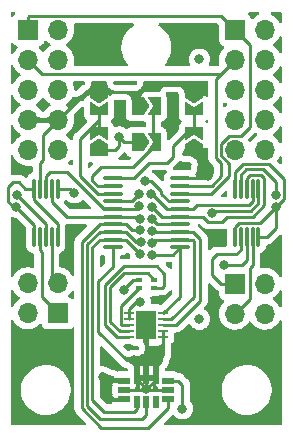
<source format=gtl>
%TF.GenerationSoftware,KiCad,Pcbnew,(6.0.0)*%
%TF.CreationDate,2023-03-26T17:46:31-04:00*%
%TF.ProjectId,daughterBoard,64617567-6874-4657-9242-6f6172642e6b,rev?*%
%TF.SameCoordinates,Original*%
%TF.FileFunction,Copper,L1,Top*%
%TF.FilePolarity,Positive*%
%FSLAX46Y46*%
G04 Gerber Fmt 4.6, Leading zero omitted, Abs format (unit mm)*
G04 Created by KiCad (PCBNEW (6.0.0)) date 2023-03-26 17:46:31*
%MOMM*%
%LPD*%
G01*
G04 APERTURE LIST*
G04 Aperture macros list*
%AMFreePoly0*
4,1,6,1.000000,0.000000,0.500000,-0.750000,-0.500000,-0.750000,-0.500000,0.750000,0.500000,0.750000,1.000000,0.000000,1.000000,0.000000,$1*%
%AMFreePoly1*
4,1,6,0.500000,-0.750000,-0.650000,-0.750000,-0.150000,0.000000,-0.650000,0.750000,0.500000,0.750000,0.500000,-0.750000,0.500000,-0.750000,$1*%
G04 Aperture macros list end*
%TA.AperFunction,SMDPad,CuDef*%
%ADD10O,0.299999X1.699999*%
%TD*%
%TA.AperFunction,ComponentPad*%
%ADD11R,1.700000X1.700000*%
%TD*%
%TA.AperFunction,ComponentPad*%
%ADD12O,1.700000X1.700000*%
%TD*%
%TA.AperFunction,SMDPad,CuDef*%
%ADD13FreePoly0,0.000000*%
%TD*%
%TA.AperFunction,SMDPad,CuDef*%
%ADD14FreePoly1,0.000000*%
%TD*%
%TA.AperFunction,SMDPad,CuDef*%
%ADD15R,0.812800X0.254000*%
%TD*%
%TA.AperFunction,SMDPad,CuDef*%
%ADD16R,1.803400X2.489200*%
%TD*%
%TA.AperFunction,SMDPad,CuDef*%
%ADD17R,0.500000X0.400000*%
%TD*%
%TA.AperFunction,SMDPad,CuDef*%
%ADD18FreePoly0,270.000000*%
%TD*%
%TA.AperFunction,SMDPad,CuDef*%
%ADD19FreePoly1,270.000000*%
%TD*%
%TA.AperFunction,SMDPad,CuDef*%
%ADD20FreePoly0,90.000000*%
%TD*%
%TA.AperFunction,SMDPad,CuDef*%
%ADD21FreePoly1,90.000000*%
%TD*%
%TA.AperFunction,SMDPad,CuDef*%
%ADD22R,1.016000X0.508000*%
%TD*%
%TA.AperFunction,SMDPad,CuDef*%
%ADD23R,0.508000X1.016000*%
%TD*%
%TA.AperFunction,SMDPad,CuDef*%
%ADD24O,1.699999X0.349999*%
%TD*%
%TA.AperFunction,ViaPad*%
%ADD25C,0.800000*%
%TD*%
%TA.AperFunction,Conductor*%
%ADD26C,0.250000*%
%TD*%
G04 APERTURE END LIST*
D10*
%TO.P,U4,1,REG*%
%TO.N,Net-(C6-Pad1)*%
X104500001Y-65450002D03*
%TO.P,U4,2,SCL*%
%TO.N,/SC0*%
X104000002Y-65450002D03*
%TO.P,U4,3,SDA*%
%TO.N,/SD0*%
X103500000Y-65450002D03*
%TO.P,U4,4,IN_TRIG*%
%TO.N,GND*%
X103000001Y-65450002D03*
%TO.P,U4,5,EN*%
%TO.N,+3V3*%
X102499999Y-65450002D03*
%TO.P,U4,6,VDD_NC*%
X102499999Y-69550001D03*
%TO.P,U4,7,OUT+*%
%TO.N,Net-(J3-Pad1)*%
X103000001Y-69550001D03*
%TO.P,U4,8,GND*%
%TO.N,GND*%
X103500000Y-69550001D03*
%TO.P,U4,9,OUT-*%
%TO.N,Net-(J3-Pad3)*%
X104000002Y-69550001D03*
%TO.P,U4,10,VDD*%
%TO.N,+3V3*%
X104500001Y-69550001D03*
%TD*%
D11*
%TO.P,J4,1,Pin_1*%
%TO.N,/SCM*%
X119500000Y-52000000D03*
D12*
%TO.P,J4,2,Pin_2*%
%TO.N,unconnected-(J4-Pad2)*%
X122040000Y-52000000D03*
%TO.P,J4,3,Pin_3*%
%TO.N,/SDM*%
X119500000Y-54540000D03*
%TO.P,J4,4,Pin_4*%
%TO.N,unconnected-(J4-Pad4)*%
X122040000Y-54540000D03*
%TO.P,J4,5,Pin_5*%
%TO.N,+3V3*%
X119500000Y-57080000D03*
%TO.P,J4,6,Pin_6*%
X122040000Y-57080000D03*
%TO.P,J4,7,Pin_7*%
%TO.N,GND*%
X119500000Y-59620000D03*
%TO.P,J4,8,Pin_8*%
X122040000Y-59620000D03*
%TO.P,J4,9,Pin_9*%
%TO.N,unconnected-(J4-Pad9)*%
X119500000Y-62160000D03*
%TO.P,J4,10,Pin_10*%
%TO.N,unconnected-(J4-Pad10)*%
X122040000Y-62160000D03*
%TD*%
D10*
%TO.P,U1,1,REG*%
%TO.N,Net-(C3-Pad1)*%
X121500001Y-65450002D03*
%TO.P,U1,2,SCL*%
%TO.N,/SC3*%
X121000002Y-65450002D03*
%TO.P,U1,3,SDA*%
%TO.N,/SD3*%
X120500000Y-65450002D03*
%TO.P,U1,4,IN_TRIG*%
%TO.N,GND*%
X120000001Y-65450002D03*
%TO.P,U1,5,EN*%
%TO.N,+3V3*%
X119499999Y-65450002D03*
%TO.P,U1,6,VDD_NC*%
X119499999Y-69550001D03*
%TO.P,U1,7,OUT+*%
%TO.N,Net-(J2-Pad1)*%
X120000001Y-69550001D03*
%TO.P,U1,8,GND*%
%TO.N,GND*%
X120500000Y-69550001D03*
%TO.P,U1,9,OUT-*%
%TO.N,Net-(J2-Pad3)*%
X121000002Y-69550001D03*
%TO.P,U1,10,VDD*%
%TO.N,+3V3*%
X121500001Y-69550001D03*
%TD*%
D13*
%TO.P,JP3,1,A*%
%TO.N,+3V3*%
X111275000Y-61500000D03*
D14*
%TO.P,JP3,2,B*%
%TO.N,Net-(JP3-Pad2)*%
X112725000Y-61500000D03*
%TD*%
D15*
%TO.P,U5,1,SDB*%
%TO.N,+3V3*%
X110552200Y-75999999D03*
%TO.P,U5,2,VCC*%
X110552200Y-76500001D03*
%TO.P,U5,3,OUT1*%
%TO.N,Net-(D1-Pad2)*%
X110552200Y-77000000D03*
%TO.P,U5,4,OUT2*%
%TO.N,Net-(D1-Pad4)*%
X110552200Y-77499999D03*
%TO.P,U5,5,OUT3*%
%TO.N,Net-(D1-Pad3)*%
X110552200Y-78000001D03*
%TO.P,U5,6,GND*%
%TO.N,GND*%
X113447800Y-78000001D03*
%TO.P,U5,7,AD*%
X113447800Y-77499999D03*
%TO.P,U5,8,SCL*%
%TO.N,/SC2*%
X113447800Y-77000000D03*
%TO.P,U5,9,SDA*%
%TO.N,/SD2*%
X113447800Y-76500001D03*
%TO.P,U5,10,V_BM*%
%TO.N,/INT2*%
X113447800Y-75999999D03*
D16*
%TO.P,U5,11,GND*%
%TO.N,GND*%
X112000000Y-77000000D03*
%TD*%
D17*
%TO.P,D1,1*%
%TO.N,+3V3*%
X111350000Y-73150000D03*
%TO.P,D1,2*%
%TO.N,Net-(D1-Pad2)*%
X111350000Y-73850000D03*
%TO.P,D1,3*%
%TO.N,Net-(D1-Pad3)*%
X112650000Y-73850000D03*
%TO.P,D1,4*%
%TO.N,Net-(D1-Pad4)*%
X112650000Y-73150000D03*
%TD*%
D11*
%TO.P,J2,1,Pin_1*%
%TO.N,Net-(J2-Pad1)*%
X119500000Y-73500000D03*
D12*
%TO.P,J2,2,Pin_2*%
%TO.N,unconnected-(J2-Pad2)*%
X122040000Y-73500000D03*
%TO.P,J2,3,Pin_3*%
%TO.N,Net-(J2-Pad3)*%
X119500000Y-76040000D03*
%TO.P,J2,4,Pin_4*%
%TO.N,unconnected-(J2-Pad4)*%
X122040000Y-76040000D03*
%TD*%
D18*
%TO.P,JP6,1,A*%
%TO.N,GND*%
X108000000Y-57275000D03*
D19*
%TO.P,JP6,2,B*%
%TO.N,Net-(JP5-Pad2)*%
X108000000Y-58725000D03*
%TD*%
D11*
%TO.P,J3,1,Pin_1*%
%TO.N,Net-(J3-Pad1)*%
X104500000Y-76000000D03*
D12*
%TO.P,J3,2,Pin_2*%
%TO.N,unconnected-(J3-Pad2)*%
X101960000Y-76000000D03*
%TO.P,J3,3,Pin_3*%
%TO.N,Net-(J3-Pad3)*%
X104500000Y-73460000D03*
%TO.P,J3,4,Pin_4*%
%TO.N,unconnected-(J3-Pad4)*%
X101960000Y-73460000D03*
%TD*%
D13*
%TO.P,JP4,1,A*%
%TO.N,GND*%
X111275000Y-58500000D03*
D14*
%TO.P,JP4,2,B*%
%TO.N,Net-(JP3-Pad2)*%
X112725000Y-58500000D03*
%TD*%
D18*
%TO.P,JP2,1,A*%
%TO.N,GND*%
X116000000Y-57275000D03*
D19*
%TO.P,JP2,2,B*%
%TO.N,Net-(JP1-Pad2)*%
X116000000Y-58725000D03*
%TD*%
D11*
%TO.P,J1,1,Pin_1*%
%TO.N,/SCM*%
X102000000Y-52000000D03*
D12*
%TO.P,J1,2,Pin_2*%
%TO.N,unconnected-(J1-Pad2)*%
X104540000Y-52000000D03*
%TO.P,J1,3,Pin_3*%
%TO.N,/SDM*%
X102000000Y-54540000D03*
%TO.P,J1,4,Pin_4*%
%TO.N,unconnected-(J1-Pad4)*%
X104540000Y-54540000D03*
%TO.P,J1,5,Pin_5*%
%TO.N,+3V3*%
X102000000Y-57080000D03*
%TO.P,J1,6,Pin_6*%
X104540000Y-57080000D03*
%TO.P,J1,7,Pin_7*%
%TO.N,GND*%
X102000000Y-59620000D03*
%TO.P,J1,8,Pin_8*%
X104540000Y-59620000D03*
%TO.P,J1,9,Pin_9*%
%TO.N,unconnected-(J1-Pad9)*%
X102000000Y-62160000D03*
%TO.P,J1,10,Pin_10*%
%TO.N,unconnected-(J1-Pad10)*%
X104540000Y-62160000D03*
%TD*%
D20*
%TO.P,JP1,1,A*%
%TO.N,+3V3*%
X116000000Y-62225000D03*
D21*
%TO.P,JP1,2,B*%
%TO.N,Net-(JP1-Pad2)*%
X116000000Y-60775000D03*
%TD*%
D20*
%TO.P,JP5,1,A*%
%TO.N,+3V3*%
X108000000Y-62225000D03*
D21*
%TO.P,JP5,2,B*%
%TO.N,Net-(JP5-Pad2)*%
X108000000Y-60775000D03*
%TD*%
D22*
%TO.P,U3,1,AVDDVCSEL*%
%TO.N,+3V3*%
X110146001Y-81700027D03*
D23*
%TO.P,U3,2,AVSSVCSEL*%
%TO.N,GND*%
X111199999Y-81446027D03*
%TO.P,U3,3,GND*%
X112000000Y-81446027D03*
%TO.P,U3,4,GND2*%
X112800001Y-81446027D03*
D22*
%TO.P,U3,5,XSHUT*%
%TO.N,Net-(R1-Pad2)*%
X113853999Y-81700027D03*
%TO.P,U3,6,GND3*%
%TO.N,GND*%
X113853999Y-82500000D03*
%TO.P,U3,7,GPIO1*%
%TO.N,/INT1*%
X113853999Y-83299973D03*
D23*
%TO.P,U3,8,DNC*%
%TO.N,unconnected-(U3-Pad8)*%
X112800001Y-83553973D03*
%TO.P,U3,9,SDA*%
%TO.N,/SD1*%
X112000000Y-83553973D03*
%TO.P,U3,10,SCL*%
%TO.N,/SC1*%
X111199999Y-83553973D03*
D22*
%TO.P,U3,11,AVDD*%
%TO.N,+3V3*%
X110146001Y-83299973D03*
%TO.P,U3,12,GND4*%
%TO.N,GND*%
X110146001Y-82500000D03*
%TD*%
D24*
%TO.P,U2,1,A0*%
%TO.N,Net-(JP1-Pad2)*%
X109150001Y-64575000D03*
%TO.P,U2,2,A1*%
%TO.N,Net-(JP3-Pad2)*%
X109150001Y-65225001D03*
%TO.P,U2,3,A2*%
%TO.N,Net-(JP5-Pad2)*%
X109150001Y-65874999D03*
%TO.P,U2,4,INT0_N*%
%TO.N,/INT0*%
X109150001Y-66525001D03*
%TO.P,U2,5,SD0*%
%TO.N,/SD0*%
X109150001Y-67174999D03*
%TO.P,U2,6,SC0*%
%TO.N,/SC0*%
X109150001Y-67825001D03*
%TO.P,U2,7,INT1_N*%
%TO.N,/INT1*%
X109150001Y-68474999D03*
%TO.P,U2,8,SD1*%
%TO.N,/SD1*%
X109150001Y-69125001D03*
%TO.P,U2,9,SC1*%
%TO.N,/SC1*%
X109150001Y-69774999D03*
%TO.P,U2,10,GND*%
%TO.N,GND*%
X109150001Y-70425000D03*
%TO.P,U2,11,INT2_N*%
%TO.N,/INT2*%
X114849999Y-70425000D03*
%TO.P,U2,12,SD2*%
%TO.N,/SD2*%
X114849999Y-69774999D03*
%TO.P,U2,13,SC2*%
%TO.N,/SC2*%
X114849999Y-69125001D03*
%TO.P,U2,14,INT3_N*%
%TO.N,/INT3*%
X114849999Y-68474999D03*
%TO.P,U2,15,SD3*%
%TO.N,/SD3*%
X114849999Y-67825001D03*
%TO.P,U2,16,SC3*%
%TO.N,/SC3*%
X114849999Y-67174999D03*
%TO.P,U2,17,INT_N*%
%TO.N,Net-(R4-Pad2)*%
X114849999Y-66525001D03*
%TO.P,U2,18,SCL*%
%TO.N,/SCM*%
X114849999Y-65874999D03*
%TO.P,U2,19,SDA*%
%TO.N,/SDM*%
X114849999Y-65225001D03*
%TO.P,U2,20,VCC*%
%TO.N,+3V3*%
X114849999Y-64575000D03*
%TD*%
D25*
%TO.N,+3V3*%
X109728000Y-61087000D03*
X116713000Y-63627000D03*
X111506000Y-75057000D03*
X116500000Y-76500000D03*
X108331000Y-81407000D03*
X101000000Y-67000000D03*
X117221000Y-64389000D03*
X110071500Y-74000000D03*
X123000040Y-67001893D03*
%TO.N,GND*%
X111000000Y-80000000D03*
X113000000Y-80000000D03*
X101054500Y-66000000D03*
X122973500Y-66002610D03*
X112014000Y-82423000D03*
X118618000Y-71882000D03*
X116500000Y-54500000D03*
X112000000Y-80000000D03*
%TO.N,Net-(C3-Pad1)*%
X117531916Y-67526500D03*
%TO.N,Net-(C6-Pad1)*%
X105918000Y-65786000D03*
%TO.N,Net-(R1-Pad2)*%
X115062000Y-84074000D03*
%TO.N,/INT0*%
X111379000Y-65913000D03*
%TO.N,/INT1*%
X111464849Y-68986971D03*
%TO.N,Net-(R4-Pad2)*%
X111887000Y-64770000D03*
%TO.N,/SC3*%
X112395000Y-65913000D03*
%TO.N,/SD3*%
X112487701Y-67012299D03*
%TO.N,/SC2*%
X112463103Y-69036897D03*
%TO.N,/SD2*%
X112513029Y-70035151D03*
%TO.N,/SC1*%
X111500000Y-71000000D03*
%TO.N,/SD1*%
X111512299Y-69987701D03*
%TO.N,/SC0*%
X111476583Y-67987537D03*
%TO.N,/SD0*%
X111383299Y-66933299D03*
%TO.N,/INT2*%
X112499557Y-71034563D03*
%TO.N,/INT3*%
X112475402Y-68024598D03*
%TD*%
D26*
%TO.N,+3V3*%
X111275000Y-61500000D02*
X110141000Y-61500000D01*
X119852931Y-68326000D02*
X119499999Y-68678932D01*
X116713000Y-62938000D02*
X116000000Y-62225000D01*
X109728000Y-61849000D02*
X109352000Y-62225000D01*
X109093000Y-81407000D02*
X108331000Y-81407000D01*
X111118199Y-75057000D02*
X111506000Y-75057000D01*
X109352000Y-62225000D02*
X108000000Y-62225000D01*
X102499999Y-66450000D02*
X102499999Y-65450002D01*
X101000000Y-67000000D02*
X100782000Y-67000000D01*
X123698000Y-64643000D02*
X123698000Y-66303933D01*
X119499999Y-65450002D02*
X119499999Y-64014297D01*
X123698000Y-66303933D02*
X123000040Y-67001893D01*
X110141000Y-61500000D02*
X109728000Y-61087000D01*
X119499999Y-64014297D02*
X120151319Y-63362977D01*
X110552200Y-75622999D02*
X111118199Y-75057000D01*
X110146001Y-83299973D02*
X109207973Y-83299973D01*
X100711000Y-64897000D02*
X101219000Y-64897000D01*
X122038387Y-63362979D02*
X122048408Y-63373000D01*
X119499999Y-68678932D02*
X119499999Y-69550001D01*
X110850000Y-73150000D02*
X110071500Y-73928500D01*
X123000040Y-68769960D02*
X123000040Y-67001893D01*
X122219999Y-69550001D02*
X123000040Y-68769960D01*
X101219000Y-64897000D02*
X101772002Y-65450002D01*
X102499999Y-69550001D02*
X102499999Y-68499999D01*
X109386027Y-81700027D02*
X109093000Y-81407000D01*
X123000040Y-67001893D02*
X122990107Y-67001893D01*
X104500001Y-68450002D02*
X102499999Y-66450000D01*
X121666000Y-68326000D02*
X119852931Y-68326000D01*
X111350000Y-73150000D02*
X110850000Y-73150000D01*
X120151319Y-63362977D02*
X122038387Y-63362979D01*
X122048408Y-63373000D02*
X122428000Y-63373000D01*
X100782000Y-67000000D02*
X100330000Y-66548000D01*
X110146001Y-81700027D02*
X109386027Y-81700027D01*
X108331000Y-82423000D02*
X108331000Y-81407000D01*
X121500001Y-69550001D02*
X122219999Y-69550001D01*
X122990107Y-67001893D02*
X121666000Y-68326000D01*
X102499999Y-68499999D02*
X101000000Y-67000000D01*
X122428000Y-63373000D02*
X123698000Y-64643000D01*
X110552200Y-75999999D02*
X110552200Y-75622999D01*
X100330000Y-66548000D02*
X100330000Y-65278000D01*
X110071500Y-73928500D02*
X110071500Y-74000000D01*
X110552200Y-76500001D02*
X110552200Y-75999999D01*
X109207973Y-83299973D02*
X108331000Y-82423000D01*
X116713000Y-63881000D02*
X117221000Y-64389000D01*
X101772002Y-65450002D02*
X102499999Y-65450002D01*
X109728000Y-61087000D02*
X109728000Y-61849000D01*
X117035000Y-64575000D02*
X117221000Y-64389000D01*
X116713000Y-63627000D02*
X116713000Y-62938000D01*
X100330000Y-65278000D02*
X100711000Y-64897000D01*
X114849999Y-64575000D02*
X117035000Y-64575000D01*
X116713000Y-63627000D02*
X116713000Y-63881000D01*
X104500001Y-69550001D02*
X104500001Y-68450002D01*
%TO.N,GND*%
X109150001Y-70425000D02*
X109150001Y-72078999D01*
X106885000Y-57275000D02*
X108000000Y-57275000D01*
X103500000Y-69550001D02*
X103500000Y-68445500D01*
X112014000Y-56642000D02*
X111275000Y-57381000D01*
X107950000Y-73279000D02*
X107950000Y-77597000D01*
X122973500Y-64916726D02*
X122973500Y-66002610D01*
X112800001Y-81446027D02*
X112800001Y-80199999D01*
X120464511Y-63812489D02*
X121869264Y-63812490D01*
X121869264Y-63812490D02*
X122973500Y-64916726D01*
X120500000Y-69550001D02*
X120500000Y-71524000D01*
X113447800Y-77499999D02*
X113447800Y-78000001D01*
X111199999Y-80199999D02*
X111000000Y-80000000D01*
X110742000Y-57275000D02*
X108000000Y-57275000D01*
X112800001Y-81636999D02*
X112014000Y-82423000D01*
X111275000Y-57808000D02*
X110742000Y-57275000D01*
X120142000Y-71882000D02*
X118618000Y-71882000D01*
X113447800Y-78000001D02*
X113447800Y-79552200D01*
X111199999Y-81608999D02*
X112014000Y-82423000D01*
X103000001Y-63242999D02*
X103251000Y-62992000D01*
X110353000Y-80000000D02*
X111000000Y-80000000D01*
X112091000Y-82500000D02*
X112014000Y-82423000D01*
X113447800Y-79552200D02*
X113000000Y-80000000D01*
X112800001Y-81446027D02*
X112800001Y-81636999D01*
X110146001Y-82500000D02*
X111937000Y-82500000D01*
X112000000Y-80000000D02*
X112000000Y-77000000D01*
X112000000Y-81446027D02*
X112000000Y-82409000D01*
X116000000Y-57275000D02*
X115367000Y-56642000D01*
X103000001Y-65450002D02*
X103000001Y-63242999D01*
X107950000Y-77597000D02*
X110353000Y-80000000D01*
X111275000Y-57381000D02*
X111275000Y-58500000D01*
X120000001Y-64276999D02*
X120464511Y-63812489D01*
X120000001Y-65450002D02*
X120000001Y-64276999D01*
X103251000Y-60909000D02*
X104540000Y-59620000D01*
X111199999Y-81446027D02*
X111199999Y-80199999D01*
X109150001Y-72078999D02*
X107950000Y-73279000D01*
X103500000Y-68445500D02*
X101054500Y-66000000D01*
X103251000Y-62992000D02*
X103251000Y-60909000D01*
X111275000Y-58500000D02*
X111275000Y-57808000D01*
X111937000Y-82500000D02*
X112014000Y-82423000D01*
X112000000Y-82409000D02*
X112014000Y-82423000D01*
X104540000Y-59620000D02*
X106885000Y-57275000D01*
X113853999Y-82500000D02*
X112091000Y-82500000D01*
X112000000Y-81446027D02*
X112000000Y-80000000D01*
X112800001Y-80199999D02*
X113000000Y-80000000D01*
X120500000Y-71524000D02*
X120142000Y-71882000D01*
X115367000Y-56642000D02*
X112014000Y-56642000D01*
X111199999Y-81446027D02*
X111199999Y-81608999D01*
%TO.N,Net-(C3-Pad1)*%
X121500001Y-65450002D02*
X121500001Y-66685719D01*
X120875720Y-67310000D02*
X117748416Y-67310000D01*
X121500001Y-66685719D02*
X120875720Y-67310000D01*
X117748416Y-67310000D02*
X117531916Y-67526500D01*
%TO.N,Net-(C6-Pad1)*%
X104500001Y-65450002D02*
X105582002Y-65450002D01*
X105582002Y-65450002D02*
X105918000Y-65786000D01*
%TO.N,Net-(D1-Pad4)*%
X112125489Y-72625489D02*
X110127511Y-72625489D01*
X108966000Y-76731927D02*
X109734072Y-77499999D01*
X112650000Y-73150000D02*
X112125489Y-72625489D01*
X109734072Y-77499999D02*
X110552200Y-77499999D01*
X110127511Y-72625489D02*
X108966000Y-73787000D01*
X108966000Y-73787000D02*
X108966000Y-76731927D01*
%TO.N,Net-(D1-Pad2)*%
X109821289Y-75378711D02*
X111350000Y-73850000D01*
X110552200Y-77000000D02*
X109869777Y-77000000D01*
X109821289Y-76951512D02*
X109821289Y-75378711D01*
X109869777Y-77000000D02*
X109821289Y-76951512D01*
%TO.N,Net-(D1-Pad3)*%
X110108296Y-72009000D02*
X112903000Y-72009000D01*
X113538000Y-73660000D02*
X113348000Y-73850000D01*
X109495297Y-78000001D02*
X108516490Y-77021194D01*
X110552200Y-78000001D02*
X109495297Y-78000001D01*
X108516490Y-77021194D02*
X108516490Y-73600806D01*
X112903000Y-72009000D02*
X113538000Y-72644000D01*
X108516490Y-73600806D02*
X110108296Y-72009000D01*
X113538000Y-72644000D02*
X113538000Y-73660000D01*
X113348000Y-73850000D02*
X112650000Y-73850000D01*
%TO.N,/SCM*%
X119986499Y-60985489D02*
X120777000Y-60194988D01*
X102000000Y-52000000D02*
X102000000Y-50900000D01*
X118325489Y-61673501D02*
X119013501Y-60985489D01*
X102000000Y-50900000D02*
X102074511Y-50825489D01*
X119013501Y-60985489D02*
X119986499Y-60985489D01*
X119013501Y-64373795D02*
X119013501Y-63334511D01*
X102074511Y-50825489D02*
X118325489Y-50825489D01*
X120777000Y-53277000D02*
X119500000Y-52000000D01*
X118325489Y-50825489D02*
X119500000Y-52000000D01*
X120777000Y-60194988D02*
X120777000Y-53277000D01*
X114849999Y-65874999D02*
X117512297Y-65874999D01*
X117512297Y-65874999D02*
X119013501Y-64373795D01*
X119013501Y-63334511D02*
X118325489Y-62646499D01*
X118325489Y-62646499D02*
X118325489Y-61673501D01*
%TO.N,/SDM*%
X119500000Y-54540000D02*
X118325489Y-55714511D01*
X118325489Y-55714511D02*
X103174511Y-55714511D01*
X114849999Y-65225001D02*
X117526591Y-65225001D01*
X117526591Y-65225001D02*
X118325489Y-64426103D01*
X117875978Y-56164022D02*
X118325489Y-55714511D01*
X118325489Y-64426103D02*
X118325489Y-63282203D01*
X103174511Y-55714511D02*
X102000000Y-54540000D01*
X117875978Y-62832692D02*
X117875978Y-56164022D01*
X118325489Y-63282203D02*
X117875978Y-62832692D01*
%TO.N,Net-(J2-Pad1)*%
X117602000Y-71374000D02*
X117602000Y-72771000D01*
X119634000Y-70993000D02*
X117983000Y-70993000D01*
X118331000Y-73500000D02*
X119500000Y-73500000D01*
X120000001Y-70626999D02*
X119634000Y-70993000D01*
X117983000Y-70993000D02*
X117602000Y-71374000D01*
X120000001Y-69550001D02*
X120000001Y-70626999D01*
X117602000Y-72771000D02*
X118331000Y-73500000D01*
%TO.N,Net-(J2-Pad3)*%
X121000002Y-71912998D02*
X120777000Y-72136000D01*
X120777000Y-72136000D02*
X120777000Y-74763000D01*
X121000002Y-69550001D02*
X121000002Y-71912998D01*
X120777000Y-74763000D02*
X119500000Y-76040000D01*
%TO.N,Net-(J3-Pad1)*%
X103134511Y-70784510D02*
X103000001Y-70650000D01*
X103000001Y-70650000D02*
X103000001Y-69550001D01*
X104500000Y-76000000D02*
X103134511Y-74634511D01*
X103134511Y-74634511D02*
X103134511Y-70784510D01*
%TO.N,Net-(J3-Pad3)*%
X104000002Y-72960002D02*
X104000002Y-69550001D01*
X104500000Y-73460000D02*
X104000002Y-72960002D01*
%TO.N,Net-(JP1-Pad2)*%
X110939000Y-64575000D02*
X112268000Y-63246000D01*
X112268000Y-63246000D02*
X113792000Y-63246000D01*
X109150001Y-64575000D02*
X110939000Y-64575000D01*
X114300000Y-61849000D02*
X115374000Y-60775000D01*
X113792000Y-63246000D02*
X114300000Y-62738000D01*
X114300000Y-62738000D02*
X114300000Y-61849000D01*
X116000000Y-58725000D02*
X116000000Y-60775000D01*
X115374000Y-60775000D02*
X116000000Y-60775000D01*
%TO.N,Net-(JP3-Pad2)*%
X110856940Y-63627000D02*
X112725000Y-61758940D01*
X112599520Y-61374520D02*
X112725000Y-61500000D01*
X107897001Y-65225001D02*
X107442000Y-64770000D01*
X107442000Y-64389000D02*
X108204000Y-63627000D01*
X107442000Y-64770000D02*
X107442000Y-64389000D01*
X109150001Y-65225001D02*
X107897001Y-65225001D01*
X112725000Y-58500000D02*
X112599520Y-58625480D01*
X112599520Y-58625480D02*
X112599520Y-61374520D01*
X112725000Y-61758940D02*
X112725000Y-61500000D01*
X108204000Y-63627000D02*
X110856940Y-63627000D01*
%TO.N,Net-(JP5-Pad2)*%
X108000000Y-59640000D02*
X106426000Y-61214000D01*
X108000000Y-58725000D02*
X108000000Y-59640000D01*
X107911295Y-65874999D02*
X109150001Y-65874999D01*
X106426000Y-61214000D02*
X106426000Y-64389704D01*
X108000000Y-59640000D02*
X108000000Y-60775000D01*
X106426000Y-64389704D02*
X107911295Y-65874999D01*
%TO.N,Net-(R1-Pad2)*%
X114720027Y-81700027D02*
X115062000Y-82042000D01*
X115062000Y-82042000D02*
X115062000Y-84074000D01*
X113853999Y-81700027D02*
X114720027Y-81700027D01*
%TO.N,/INT0*%
X109150001Y-66525001D02*
X110766999Y-66525001D01*
X110766999Y-66525001D02*
X111379000Y-65913000D01*
%TO.N,/INT1*%
X106542979Y-84064683D02*
X108203296Y-85725000D01*
X108203296Y-85725000D02*
X112141000Y-85725000D01*
X108050002Y-68474999D02*
X106542979Y-69982022D01*
X109150001Y-68474999D02*
X110250000Y-68474999D01*
X110761972Y-68986971D02*
X111464849Y-68986971D01*
X109150001Y-68474999D02*
X108050002Y-68474999D01*
X110250000Y-68474999D02*
X110761972Y-68986971D01*
X112141000Y-85725000D02*
X113853999Y-84012001D01*
X113853999Y-84012001D02*
X113853999Y-83299973D01*
X106542979Y-69982022D02*
X106542979Y-84064683D01*
%TO.N,Net-(R4-Pad2)*%
X112395000Y-64770000D02*
X111887000Y-64770000D01*
X114849999Y-66525001D02*
X113896001Y-66525001D01*
X113284000Y-65913000D02*
X113284000Y-65659000D01*
X113284000Y-65659000D02*
X112395000Y-64770000D01*
X113896001Y-66525001D02*
X113284000Y-65913000D01*
%TO.N,/SC3*%
X121000002Y-66469467D02*
X120667469Y-66802000D01*
X116322997Y-66802000D02*
X115949998Y-67174999D01*
X120667469Y-66802000D02*
X116322997Y-66802000D01*
X121000002Y-65450002D02*
X121000002Y-66469467D01*
X112395000Y-65913000D02*
X112488001Y-65913000D01*
X113750000Y-67174999D02*
X114849999Y-67174999D01*
X115949998Y-67174999D02*
X114849999Y-67174999D01*
X112488001Y-65913000D02*
X113750000Y-67174999D01*
%TO.N,/SD3*%
X121003425Y-67818000D02*
X118864295Y-67818000D01*
X114849999Y-67825001D02*
X113300403Y-67825001D01*
X121974520Y-64553450D02*
X121974520Y-66846905D01*
X121683070Y-64262000D02*
X121974520Y-64553450D01*
X113300403Y-67825001D02*
X112487701Y-67012299D01*
X120500000Y-65450002D02*
X120500000Y-64539000D01*
X120500000Y-64539000D02*
X120777000Y-64262000D01*
X116805817Y-67825001D02*
X114849999Y-67825001D01*
X118864295Y-67818000D02*
X118431294Y-68251001D01*
X118431294Y-68251001D02*
X117231817Y-68251001D01*
X120777000Y-64262000D02*
X121683070Y-64262000D01*
X117231817Y-68251001D02*
X116805817Y-67825001D01*
X121974520Y-66846905D02*
X121003425Y-67818000D01*
%TO.N,/SC2*%
X112551207Y-69125001D02*
X112463103Y-69036897D01*
X114849999Y-69125001D02*
X115949998Y-69125001D01*
X115949998Y-69125001D02*
X116586000Y-69761003D01*
X114849999Y-69125001D02*
X112551207Y-69125001D01*
X116586000Y-74930000D02*
X114516000Y-77000000D01*
X114516000Y-77000000D02*
X113447800Y-77000000D01*
X116586000Y-69761003D02*
X116586000Y-74930000D01*
%TO.N,/SD2*%
X114849999Y-69774999D02*
X112773181Y-69774999D01*
X116024518Y-74605703D02*
X114130220Y-76500001D01*
X115949998Y-69774999D02*
X116024518Y-69849519D01*
X116024518Y-69849519D02*
X116024518Y-74605703D01*
X114849999Y-69774999D02*
X115949998Y-69774999D01*
X112773181Y-69774999D02*
X112513029Y-70035151D01*
X114130220Y-76500001D02*
X113447800Y-76500001D01*
%TO.N,/SC1*%
X109150001Y-69774999D02*
X108050002Y-69774999D01*
X111489295Y-71000000D02*
X111500000Y-71000000D01*
X111199999Y-84126001D02*
X111199999Y-83553973D01*
X107442000Y-70383001D02*
X107442000Y-83312000D01*
X110264294Y-69774999D02*
X111489295Y-71000000D01*
X107442000Y-83312000D02*
X108458000Y-84328000D01*
X110998000Y-84328000D02*
X111199999Y-84126001D01*
X108458000Y-84328000D02*
X110998000Y-84328000D01*
X108050002Y-69774999D02*
X107442000Y-70383001D01*
X109150001Y-69774999D02*
X110264294Y-69774999D01*
%TO.N,/SD1*%
X112000000Y-84596000D02*
X112000000Y-83553973D01*
X111512299Y-69987701D02*
X111112700Y-69987701D01*
X111112700Y-69987701D02*
X110250000Y-69125001D01*
X108050002Y-69125001D02*
X106992489Y-70182514D01*
X110250000Y-69125001D02*
X109150001Y-69125001D01*
X106992489Y-70182514D02*
X106992489Y-83878489D01*
X106992489Y-83878489D02*
X108077000Y-84963000D01*
X111633000Y-84963000D02*
X112000000Y-84596000D01*
X109150001Y-69125001D02*
X108050002Y-69125001D01*
X108077000Y-84963000D02*
X111633000Y-84963000D01*
%TO.N,/SC0*%
X105275002Y-67825001D02*
X109150001Y-67825001D01*
X104000002Y-66550001D02*
X105275002Y-67825001D01*
X111314047Y-67825001D02*
X111476583Y-67987537D01*
X109150001Y-67825001D02*
X111314047Y-67825001D01*
X104000002Y-65450002D02*
X104000002Y-66550001D01*
%TO.N,/SD0*%
X103500000Y-65450002D02*
X103500000Y-64350003D01*
X105251574Y-64008000D02*
X108418573Y-67174999D01*
X103500000Y-64350003D02*
X103842003Y-64008000D01*
X111141599Y-67174999D02*
X111383299Y-66933299D01*
X108418573Y-67174999D02*
X109150001Y-67174999D01*
X111301594Y-67174999D02*
X111488488Y-66988105D01*
X103842003Y-64008000D02*
X105251574Y-64008000D01*
X109150001Y-67174999D02*
X111141599Y-67174999D01*
%TO.N,/INT2*%
X114849999Y-70425000D02*
X114849999Y-74597800D01*
X114240436Y-71034563D02*
X112499557Y-71034563D01*
X114849999Y-74597800D02*
X113447800Y-75999999D01*
X114849999Y-70425000D02*
X114240436Y-71034563D01*
%TO.N,/INT3*%
X112925803Y-68474999D02*
X112475402Y-68024598D01*
X114849999Y-68474999D02*
X112925803Y-68474999D01*
%TD*%
%TA.AperFunction,NonConductor*%
G36*
X100848562Y-50528002D02*
G01*
X100895055Y-50581658D01*
X100905159Y-50651932D01*
X100875665Y-50716512D01*
X100856006Y-50734826D01*
X100823568Y-50759137D01*
X100786739Y-50786739D01*
X100781358Y-50793919D01*
X100781357Y-50793920D01*
X100734826Y-50856006D01*
X100677967Y-50898521D01*
X100607148Y-50903547D01*
X100544855Y-50869487D01*
X100510865Y-50807155D01*
X100508000Y-50780441D01*
X100508000Y-50634000D01*
X100528002Y-50565879D01*
X100581658Y-50519386D01*
X100634000Y-50508000D01*
X100780441Y-50508000D01*
X100848562Y-50528002D01*
G37*
%TD.AperFunction*%
%TA.AperFunction,NonConductor*%
G36*
X121517075Y-50528002D02*
G01*
X121563568Y-50581658D01*
X121573672Y-50651932D01*
X121544178Y-50716512D01*
X121507134Y-50745763D01*
X121414626Y-50793920D01*
X121313607Y-50846507D01*
X121309474Y-50849610D01*
X121309471Y-50849612D01*
X121139100Y-50977530D01*
X121134965Y-50980635D01*
X121078537Y-51039684D01*
X121054283Y-51065064D01*
X120992759Y-51100494D01*
X120921846Y-51097037D01*
X120864060Y-51055791D01*
X120845207Y-51022243D01*
X120803767Y-50911703D01*
X120800615Y-50903295D01*
X120713261Y-50786739D01*
X120676432Y-50759137D01*
X120643994Y-50734826D01*
X120601479Y-50677967D01*
X120596453Y-50607148D01*
X120630513Y-50544855D01*
X120692845Y-50510865D01*
X120719559Y-50508000D01*
X121448954Y-50508000D01*
X121517075Y-50528002D01*
G37*
%TD.AperFunction*%
%TA.AperFunction,NonConductor*%
G36*
X123434121Y-50528002D02*
G01*
X123480614Y-50581658D01*
X123492000Y-50634000D01*
X123492000Y-51326519D01*
X123471998Y-51394640D01*
X123418342Y-51441133D01*
X123348068Y-51451237D01*
X123283488Y-51421743D01*
X123250452Y-51376764D01*
X123241354Y-51355840D01*
X123120014Y-51168277D01*
X122969670Y-51003051D01*
X122965619Y-50999852D01*
X122965615Y-50999848D01*
X122798414Y-50867800D01*
X122798410Y-50867798D01*
X122794359Y-50864598D01*
X122598789Y-50756638D01*
X122593919Y-50754913D01*
X122593909Y-50754909D01*
X122587874Y-50752772D01*
X122530338Y-50711178D01*
X122504423Y-50645080D01*
X122518358Y-50575464D01*
X122567717Y-50524433D01*
X122629935Y-50508000D01*
X123366000Y-50508000D01*
X123434121Y-50528002D01*
G37*
%TD.AperFunction*%
%TA.AperFunction,NonConductor*%
G36*
X103523150Y-52913126D02*
G01*
X103557817Y-52941114D01*
X103586250Y-52973938D01*
X103758126Y-53116632D01*
X103804951Y-53143994D01*
X103831445Y-53159476D01*
X103880169Y-53211114D01*
X103893240Y-53280897D01*
X103866509Y-53346669D01*
X103826055Y-53380027D01*
X103813607Y-53386507D01*
X103809474Y-53389610D01*
X103809471Y-53389612D01*
X103685567Y-53482642D01*
X103634965Y-53520635D01*
X103480629Y-53682138D01*
X103373201Y-53839621D01*
X103318293Y-53884621D01*
X103247768Y-53892792D01*
X103184021Y-53861538D01*
X103163324Y-53837054D01*
X103082822Y-53712617D01*
X103082820Y-53712614D01*
X103080014Y-53708277D01*
X103076532Y-53704450D01*
X102932798Y-53546488D01*
X102901746Y-53482642D01*
X102910141Y-53412143D01*
X102955317Y-53357375D01*
X102981761Y-53343706D01*
X103088297Y-53303767D01*
X103096705Y-53300615D01*
X103213261Y-53213261D01*
X103300615Y-53096705D01*
X103312560Y-53064841D01*
X103344598Y-52979382D01*
X103387240Y-52922618D01*
X103453802Y-52897918D01*
X103523150Y-52913126D01*
G37*
%TD.AperFunction*%
%TA.AperFunction,NonConductor*%
G36*
X123437334Y-52563819D02*
G01*
X123482162Y-52618873D01*
X123492000Y-52667682D01*
X123492000Y-53866519D01*
X123471998Y-53934640D01*
X123418342Y-53981133D01*
X123348068Y-53991237D01*
X123283488Y-53961743D01*
X123250452Y-53916764D01*
X123241354Y-53895840D01*
X123196202Y-53826045D01*
X123122822Y-53712617D01*
X123122820Y-53712614D01*
X123120014Y-53708277D01*
X122969670Y-53543051D01*
X122965619Y-53539852D01*
X122965615Y-53539848D01*
X122798414Y-53407800D01*
X122798410Y-53407798D01*
X122794359Y-53404598D01*
X122753053Y-53381796D01*
X122703084Y-53331364D01*
X122688312Y-53261921D01*
X122713428Y-53195516D01*
X122740780Y-53168909D01*
X122803270Y-53124335D01*
X122919860Y-53041173D01*
X123078096Y-52883489D01*
X123131548Y-52809103D01*
X123205435Y-52706277D01*
X123208453Y-52702077D01*
X123253044Y-52611854D01*
X123301156Y-52559648D01*
X123369857Y-52541741D01*
X123437334Y-52563819D01*
G37*
%TD.AperFunction*%
%TA.AperFunction,NonConductor*%
G36*
X100716512Y-53124335D02*
G01*
X100734826Y-53143994D01*
X100786739Y-53213261D01*
X100903295Y-53300615D01*
X100911704Y-53303767D01*
X100911705Y-53303768D01*
X101020451Y-53344535D01*
X101077216Y-53387176D01*
X101101916Y-53453738D01*
X101086709Y-53523087D01*
X101067316Y-53549568D01*
X100940629Y-53682138D01*
X100814743Y-53866680D01*
X100770007Y-53963056D01*
X100748288Y-54009846D01*
X100701464Y-54063213D01*
X100633221Y-54082794D01*
X100565225Y-54062371D01*
X100519065Y-54008428D01*
X100508000Y-53956796D01*
X100508000Y-53219559D01*
X100528002Y-53151438D01*
X100581658Y-53104945D01*
X100651932Y-53094841D01*
X100716512Y-53124335D01*
G37*
%TD.AperFunction*%
%TA.AperFunction,NonConductor*%
G36*
X110907750Y-51478991D02*
G01*
X110954243Y-51532647D01*
X110964347Y-51602921D01*
X110934853Y-51667501D01*
X110906022Y-51691820D01*
X110905188Y-51692250D01*
X110901683Y-51694713D01*
X110901677Y-51694717D01*
X110791233Y-51772339D01*
X110669977Y-51857559D01*
X110459378Y-52053260D01*
X110277287Y-52275732D01*
X110127073Y-52520858D01*
X110011517Y-52784102D01*
X109932756Y-53060594D01*
X109911334Y-53211114D01*
X109898597Y-53300615D01*
X109892249Y-53345216D01*
X109892227Y-53349505D01*
X109892226Y-53349512D01*
X109890765Y-53628417D01*
X109890743Y-53632703D01*
X109891302Y-53636947D01*
X109891302Y-53636951D01*
X109900419Y-53706197D01*
X109928268Y-53917734D01*
X110004129Y-54195036D01*
X110005813Y-54198984D01*
X110054165Y-54312342D01*
X110116923Y-54459476D01*
X110128693Y-54479142D01*
X110254846Y-54689928D01*
X110264561Y-54706161D01*
X110287479Y-54734767D01*
X110400812Y-54876230D01*
X110427794Y-54941900D01*
X110414989Y-55011732D01*
X110366462Y-55063556D01*
X110302478Y-55081011D01*
X105965489Y-55081011D01*
X105897368Y-55061009D01*
X105850875Y-55007353D01*
X105840771Y-54937079D01*
X105844930Y-54918383D01*
X105857301Y-54877668D01*
X105872370Y-54828069D01*
X105901529Y-54606590D01*
X105903156Y-54540000D01*
X105884852Y-54317361D01*
X105830431Y-54100702D01*
X105741354Y-53895840D01*
X105696202Y-53826045D01*
X105622822Y-53712617D01*
X105622820Y-53712614D01*
X105620014Y-53708277D01*
X105469670Y-53543051D01*
X105465619Y-53539852D01*
X105465615Y-53539848D01*
X105298414Y-53407800D01*
X105298410Y-53407798D01*
X105294359Y-53404598D01*
X105253053Y-53381796D01*
X105203084Y-53331364D01*
X105188312Y-53261921D01*
X105213428Y-53195516D01*
X105240780Y-53168909D01*
X105303270Y-53124335D01*
X105419860Y-53041173D01*
X105578096Y-52883489D01*
X105631548Y-52809103D01*
X105705435Y-52706277D01*
X105708453Y-52702077D01*
X105778846Y-52559648D01*
X105805136Y-52506453D01*
X105805137Y-52506451D01*
X105807430Y-52501811D01*
X105872370Y-52288069D01*
X105901529Y-52066590D01*
X105903156Y-52000000D01*
X105884852Y-51777361D01*
X105867008Y-51706321D01*
X105844242Y-51615684D01*
X105847046Y-51544743D01*
X105887759Y-51486580D01*
X105953455Y-51459661D01*
X105966446Y-51458989D01*
X110839629Y-51458989D01*
X110907750Y-51478991D01*
G37*
%TD.AperFunction*%
%TA.AperFunction,NonConductor*%
G36*
X118079016Y-51478991D02*
G01*
X118099990Y-51495894D01*
X118104595Y-51500499D01*
X118138621Y-51562811D01*
X118141500Y-51589594D01*
X118141500Y-52898134D01*
X118148255Y-52960316D01*
X118199385Y-53096705D01*
X118286739Y-53213261D01*
X118403295Y-53300615D01*
X118411704Y-53303767D01*
X118411705Y-53303768D01*
X118520451Y-53344535D01*
X118577216Y-53387176D01*
X118601916Y-53453738D01*
X118586709Y-53523087D01*
X118567316Y-53549568D01*
X118440629Y-53682138D01*
X118314743Y-53866680D01*
X118299006Y-53900583D01*
X118223516Y-54063213D01*
X118220688Y-54069305D01*
X118160989Y-54284570D01*
X118137251Y-54506695D01*
X118137548Y-54511848D01*
X118137548Y-54511851D01*
X118147816Y-54689928D01*
X118150110Y-54729715D01*
X118151247Y-54734761D01*
X118151248Y-54734767D01*
X118171119Y-54822939D01*
X118182076Y-54871556D01*
X118183453Y-54877668D01*
X118178917Y-54948520D01*
X118149631Y-54994464D01*
X118099989Y-55044106D01*
X118037677Y-55078132D01*
X118010894Y-55081011D01*
X117431836Y-55081011D01*
X117363715Y-55061009D01*
X117317222Y-55007353D01*
X117307118Y-54937079D01*
X117322716Y-54892014D01*
X117334527Y-54871556D01*
X117393542Y-54689928D01*
X117413504Y-54500000D01*
X117393542Y-54310072D01*
X117334527Y-54128444D01*
X117239040Y-53963056D01*
X117233404Y-53956796D01*
X117115675Y-53826045D01*
X117115674Y-53826044D01*
X117111253Y-53821134D01*
X116956752Y-53708882D01*
X116950724Y-53706198D01*
X116950722Y-53706197D01*
X116788319Y-53633891D01*
X116788318Y-53633891D01*
X116782288Y-53631206D01*
X116688888Y-53611353D01*
X116601944Y-53592872D01*
X116601939Y-53592872D01*
X116595487Y-53591500D01*
X116404513Y-53591500D01*
X116398061Y-53592872D01*
X116398056Y-53592872D01*
X116311112Y-53611353D01*
X116217712Y-53631206D01*
X116211682Y-53633891D01*
X116211681Y-53633891D01*
X116049278Y-53706197D01*
X116049276Y-53706198D01*
X116043248Y-53708882D01*
X115888747Y-53821134D01*
X115884326Y-53826044D01*
X115884325Y-53826045D01*
X115766597Y-53956796D01*
X115760960Y-53963056D01*
X115665473Y-54128444D01*
X115606458Y-54310072D01*
X115586496Y-54500000D01*
X115606458Y-54689928D01*
X115665473Y-54871556D01*
X115677284Y-54892013D01*
X115694021Y-54961005D01*
X115670801Y-55028097D01*
X115614995Y-55071985D01*
X115568164Y-55081011D01*
X113696677Y-55081011D01*
X113628556Y-55061009D01*
X113582063Y-55007353D01*
X113571959Y-54937079D01*
X113599173Y-54875205D01*
X113669641Y-54789109D01*
X113722713Y-54724268D01*
X113872927Y-54479142D01*
X113988483Y-54215898D01*
X114067244Y-53939406D01*
X114107751Y-53654784D01*
X114107845Y-53636951D01*
X114109235Y-53371583D01*
X114109235Y-53371576D01*
X114109257Y-53367297D01*
X114106542Y-53346669D01*
X114088695Y-53211114D01*
X114071732Y-53082266D01*
X113995871Y-52804964D01*
X113913503Y-52611856D01*
X113884763Y-52544476D01*
X113884761Y-52544472D01*
X113883077Y-52540524D01*
X113735439Y-52293839D01*
X113555687Y-52069472D01*
X113347149Y-51871577D01*
X113113683Y-51703814D01*
X113099571Y-51696342D01*
X113048729Y-51646790D01*
X113032748Y-51577615D01*
X113056702Y-51510782D01*
X113112987Y-51467509D01*
X113158532Y-51458989D01*
X118010895Y-51458989D01*
X118079016Y-51478991D01*
G37*
%TD.AperFunction*%
%TA.AperFunction,NonConductor*%
G36*
X123437334Y-55103819D02*
G01*
X123482162Y-55158873D01*
X123492000Y-55207682D01*
X123492000Y-56406519D01*
X123471998Y-56474640D01*
X123418342Y-56521133D01*
X123348068Y-56531237D01*
X123283488Y-56501743D01*
X123250452Y-56456764D01*
X123241354Y-56435840D01*
X123120014Y-56248277D01*
X122969670Y-56083051D01*
X122965619Y-56079852D01*
X122965615Y-56079848D01*
X122798414Y-55947800D01*
X122798410Y-55947798D01*
X122794359Y-55944598D01*
X122753053Y-55921796D01*
X122703084Y-55871364D01*
X122688312Y-55801921D01*
X122713428Y-55735516D01*
X122740780Y-55708909D01*
X122784603Y-55677650D01*
X122919860Y-55581173D01*
X123078096Y-55423489D01*
X123137594Y-55340689D01*
X123205435Y-55246277D01*
X123208453Y-55242077D01*
X123253044Y-55151854D01*
X123301156Y-55099648D01*
X123369857Y-55081741D01*
X123437334Y-55103819D01*
G37*
%TD.AperFunction*%
%TA.AperFunction,NonConductor*%
G36*
X100716512Y-55026701D02*
G01*
X100750743Y-55074521D01*
X100783266Y-55154616D01*
X100899987Y-55345088D01*
X101046250Y-55513938D01*
X101218126Y-55656632D01*
X101288595Y-55697811D01*
X101291445Y-55699476D01*
X101340169Y-55751114D01*
X101353240Y-55820897D01*
X101326509Y-55886669D01*
X101286055Y-55920027D01*
X101273607Y-55926507D01*
X101269474Y-55929610D01*
X101269471Y-55929612D01*
X101245247Y-55947800D01*
X101094965Y-56060635D01*
X100940629Y-56222138D01*
X100814743Y-56406680D01*
X100761616Y-56521133D01*
X100748288Y-56549846D01*
X100701464Y-56603213D01*
X100633221Y-56622794D01*
X100565225Y-56602371D01*
X100519065Y-56548428D01*
X100508000Y-56496796D01*
X100508000Y-55121925D01*
X100528002Y-55053804D01*
X100581658Y-55007311D01*
X100651932Y-54997207D01*
X100716512Y-55026701D01*
G37*
%TD.AperFunction*%
%TA.AperFunction,NonConductor*%
G36*
X111176016Y-56368013D02*
G01*
X111222509Y-56421669D01*
X111232613Y-56491943D01*
X111203119Y-56556523D01*
X111196990Y-56563106D01*
X111107696Y-56652400D01*
X111045384Y-56686426D01*
X110977173Y-56680860D01*
X110977059Y-56681305D01*
X110957437Y-56676267D01*
X110938734Y-56669863D01*
X110927420Y-56664967D01*
X110927419Y-56664967D01*
X110920145Y-56661819D01*
X110912322Y-56660580D01*
X110912312Y-56660577D01*
X110876476Y-56654901D01*
X110864856Y-56652495D01*
X110829711Y-56643472D01*
X110829710Y-56643472D01*
X110822030Y-56641500D01*
X110801776Y-56641500D01*
X110782065Y-56639949D01*
X110769886Y-56638020D01*
X110762057Y-56636780D01*
X110754165Y-56637526D01*
X110718039Y-56640941D01*
X110706181Y-56641500D01*
X109333363Y-56641500D01*
X109265242Y-56621498D01*
X109219340Y-56568522D01*
X109217304Y-56561589D01*
X109204799Y-56542131D01*
X109184798Y-56474010D01*
X109204801Y-56405889D01*
X109258457Y-56359397D01*
X109310798Y-56348011D01*
X111107895Y-56348011D01*
X111176016Y-56368013D01*
G37*
%TD.AperFunction*%
%TA.AperFunction,NonConductor*%
G36*
X106758043Y-56368013D02*
G01*
X106804536Y-56421669D01*
X106814640Y-56491943D01*
X106804536Y-56526353D01*
X106770327Y-56601260D01*
X106723834Y-56654916D01*
X106702097Y-56666070D01*
X106685089Y-56672804D01*
X106673865Y-56676646D01*
X106631407Y-56688982D01*
X106624581Y-56693019D01*
X106613972Y-56699293D01*
X106596224Y-56707988D01*
X106577383Y-56715448D01*
X106570967Y-56720110D01*
X106570966Y-56720110D01*
X106541613Y-56741436D01*
X106531693Y-56747952D01*
X106500465Y-56766420D01*
X106500462Y-56766422D01*
X106493638Y-56770458D01*
X106479317Y-56784779D01*
X106464284Y-56797619D01*
X106447893Y-56809528D01*
X106442842Y-56815634D01*
X106419702Y-56843605D01*
X106411712Y-56852384D01*
X106116877Y-57147219D01*
X106054565Y-57181245D01*
X105983750Y-57176180D01*
X105926914Y-57133633D01*
X105902206Y-57068448D01*
X105885276Y-56862522D01*
X105884852Y-56857361D01*
X105830431Y-56640702D01*
X105779797Y-56524252D01*
X105770977Y-56453807D01*
X105801644Y-56389775D01*
X105862060Y-56352487D01*
X105895347Y-56348011D01*
X106689922Y-56348011D01*
X106758043Y-56368013D01*
G37*
%TD.AperFunction*%
%TA.AperFunction,NonConductor*%
G36*
X118708957Y-58191727D02*
G01*
X118709912Y-58190363D01*
X118714145Y-58193327D01*
X118718126Y-58196632D01*
X118788595Y-58237811D01*
X118791445Y-58239476D01*
X118840169Y-58291114D01*
X118853240Y-58360897D01*
X118826509Y-58426669D01*
X118786055Y-58460027D01*
X118773607Y-58466507D01*
X118711129Y-58513417D01*
X118644646Y-58538321D01*
X118575250Y-58523328D01*
X118524977Y-58473198D01*
X118509478Y-58412655D01*
X118509478Y-58291780D01*
X118529480Y-58223659D01*
X118583136Y-58177166D01*
X118653410Y-58167062D01*
X118708957Y-58191727D01*
G37*
%TD.AperFunction*%
%TA.AperFunction,NonConductor*%
G36*
X103352026Y-57755144D02*
G01*
X103379875Y-57786994D01*
X103439987Y-57885088D01*
X103586250Y-58053938D01*
X103758126Y-58196632D01*
X103828595Y-58237811D01*
X103831445Y-58239476D01*
X103880169Y-58291114D01*
X103893240Y-58360897D01*
X103866509Y-58426669D01*
X103826055Y-58460027D01*
X103813607Y-58466507D01*
X103809474Y-58469610D01*
X103809471Y-58469612D01*
X103704647Y-58548316D01*
X103634965Y-58600635D01*
X103480629Y-58762138D01*
X103373201Y-58919621D01*
X103318293Y-58964621D01*
X103247768Y-58972792D01*
X103184021Y-58941538D01*
X103163324Y-58917054D01*
X103082822Y-58792617D01*
X103082820Y-58792614D01*
X103080014Y-58788277D01*
X102929670Y-58623051D01*
X102925619Y-58619852D01*
X102925615Y-58619848D01*
X102758414Y-58487800D01*
X102758410Y-58487798D01*
X102754359Y-58484598D01*
X102713053Y-58461796D01*
X102663084Y-58411364D01*
X102648312Y-58341921D01*
X102673428Y-58275516D01*
X102700780Y-58248909D01*
X102744603Y-58217650D01*
X102879860Y-58121173D01*
X102928713Y-58072491D01*
X103008125Y-57993355D01*
X103038096Y-57963489D01*
X103050545Y-57946165D01*
X103168453Y-57782077D01*
X103169776Y-57783028D01*
X103216645Y-57739857D01*
X103286580Y-57727625D01*
X103352026Y-57755144D01*
G37*
%TD.AperFunction*%
%TA.AperFunction,NonConductor*%
G36*
X123437334Y-57643819D02*
G01*
X123482162Y-57698873D01*
X123492000Y-57747682D01*
X123492000Y-58946519D01*
X123471998Y-59014640D01*
X123418342Y-59061133D01*
X123348068Y-59071237D01*
X123283488Y-59041743D01*
X123250452Y-58996764D01*
X123241354Y-58975840D01*
X123120014Y-58788277D01*
X122969670Y-58623051D01*
X122965619Y-58619852D01*
X122965615Y-58619848D01*
X122798414Y-58487800D01*
X122798410Y-58487798D01*
X122794359Y-58484598D01*
X122753053Y-58461796D01*
X122703084Y-58411364D01*
X122688312Y-58341921D01*
X122713428Y-58275516D01*
X122740780Y-58248909D01*
X122784603Y-58217650D01*
X122919860Y-58121173D01*
X122968713Y-58072491D01*
X123048125Y-57993355D01*
X123078096Y-57963489D01*
X123090545Y-57946165D01*
X123205435Y-57786277D01*
X123208453Y-57782077D01*
X123253044Y-57691854D01*
X123301156Y-57639648D01*
X123369857Y-57621741D01*
X123437334Y-57643819D01*
G37*
%TD.AperFunction*%
%TA.AperFunction,NonConductor*%
G36*
X100716512Y-57566701D02*
G01*
X100750743Y-57614521D01*
X100783266Y-57694616D01*
X100831318Y-57773030D01*
X100897291Y-57880688D01*
X100899987Y-57885088D01*
X101046250Y-58053938D01*
X101218126Y-58196632D01*
X101288595Y-58237811D01*
X101291445Y-58239476D01*
X101340169Y-58291114D01*
X101353240Y-58360897D01*
X101326509Y-58426669D01*
X101286055Y-58460027D01*
X101273607Y-58466507D01*
X101269474Y-58469610D01*
X101269471Y-58469612D01*
X101164647Y-58548316D01*
X101094965Y-58600635D01*
X100940629Y-58762138D01*
X100814743Y-58946680D01*
X100761616Y-59061133D01*
X100748288Y-59089846D01*
X100701464Y-59143213D01*
X100633221Y-59162794D01*
X100565225Y-59142371D01*
X100519065Y-59088428D01*
X100508000Y-59036796D01*
X100508000Y-57661925D01*
X100528002Y-57593804D01*
X100581658Y-57547311D01*
X100651932Y-57537207D01*
X100716512Y-57566701D01*
G37*
%TD.AperFunction*%
%TA.AperFunction,NonConductor*%
G36*
X117184591Y-59637707D02*
G01*
X117231088Y-59691359D01*
X117242478Y-59743710D01*
X117242478Y-59752991D01*
X117222476Y-59821112D01*
X117168820Y-59867605D01*
X117098546Y-59877709D01*
X117033974Y-59848223D01*
X117032759Y-59847171D01*
X117027823Y-59842893D01*
X116989435Y-59783173D01*
X116989429Y-59712176D01*
X117027807Y-59652446D01*
X117042200Y-59641670D01*
X117048350Y-59637717D01*
X117116469Y-59617710D01*
X117184591Y-59637707D01*
G37*
%TD.AperFunction*%
%TA.AperFunction,NonConductor*%
G36*
X110203392Y-57928502D02*
G01*
X110249885Y-57982158D01*
X110261271Y-58034500D01*
X110261271Y-59250000D01*
X110266500Y-59323111D01*
X110286828Y-59392342D01*
X110302581Y-59445990D01*
X110307696Y-59463411D01*
X110312567Y-59470990D01*
X110381878Y-59578841D01*
X110381880Y-59578844D01*
X110386750Y-59586421D01*
X110393560Y-59592322D01*
X110490445Y-59676274D01*
X110490448Y-59676276D01*
X110497257Y-59682176D01*
X110630266Y-59742919D01*
X110775000Y-59763729D01*
X111775000Y-59763729D01*
X111776965Y-59763605D01*
X111776967Y-59763605D01*
X111797935Y-59762282D01*
X111832088Y-59760128D01*
X111901333Y-59775802D01*
X111951111Y-59826424D01*
X111966020Y-59885878D01*
X111966020Y-60118324D01*
X111946018Y-60186445D01*
X111892362Y-60232938D01*
X111822091Y-60243042D01*
X111775000Y-60236271D01*
X110775000Y-60236271D01*
X110743014Y-60238559D01*
X110708627Y-60241018D01*
X110708626Y-60241018D01*
X110701889Y-60241500D01*
X110631249Y-60262242D01*
X110570235Y-60280157D01*
X110570233Y-60280158D01*
X110561589Y-60282696D01*
X110554010Y-60287567D01*
X110446159Y-60356878D01*
X110446156Y-60356880D01*
X110438579Y-60361750D01*
X110437480Y-60363018D01*
X110376269Y-60390972D01*
X110305995Y-60380869D01*
X110284276Y-60368191D01*
X110190094Y-60299763D01*
X110190093Y-60299762D01*
X110184752Y-60295882D01*
X110178724Y-60293198D01*
X110178722Y-60293197D01*
X110016319Y-60220891D01*
X110016318Y-60220891D01*
X110010288Y-60218206D01*
X109916887Y-60198353D01*
X109829944Y-60179872D01*
X109829939Y-60179872D01*
X109823487Y-60178500D01*
X109632513Y-60178500D01*
X109626061Y-60179872D01*
X109626056Y-60179872D01*
X109539113Y-60198353D01*
X109445712Y-60218206D01*
X109439679Y-60220892D01*
X109439673Y-60220894D01*
X109415949Y-60231456D01*
X109345582Y-60240890D01*
X109281286Y-60210783D01*
X109243806Y-60151847D01*
X109240090Y-60139189D01*
X109217304Y-60061589D01*
X109175960Y-59997257D01*
X109143122Y-59946159D01*
X109143120Y-59946156D01*
X109138250Y-59938579D01*
X109027815Y-59842886D01*
X108989432Y-59783162D01*
X108989432Y-59712165D01*
X109027815Y-59652439D01*
X109042207Y-59641665D01*
X109078841Y-59618122D01*
X109078844Y-59618120D01*
X109086421Y-59613250D01*
X109109431Y-59586695D01*
X109176274Y-59509555D01*
X109176276Y-59509552D01*
X109182176Y-59502743D01*
X109242919Y-59369734D01*
X109263729Y-59225000D01*
X109263729Y-58075000D01*
X109261293Y-58044544D01*
X109275800Y-57975047D01*
X109325578Y-57924424D01*
X109386892Y-57908500D01*
X110135271Y-57908500D01*
X110203392Y-57928502D01*
G37*
%TD.AperFunction*%
%TA.AperFunction,NonConductor*%
G36*
X106654304Y-58505769D02*
G01*
X106711139Y-58548316D01*
X106735950Y-58614836D01*
X106736271Y-58623825D01*
X106736271Y-59225000D01*
X106741500Y-59298111D01*
X106761014Y-59364570D01*
X106770643Y-59397361D01*
X106782696Y-59438411D01*
X106787567Y-59445990D01*
X106856878Y-59553841D01*
X106856880Y-59553844D01*
X106861750Y-59561421D01*
X106931412Y-59621784D01*
X106969795Y-59681508D01*
X106969795Y-59752505D01*
X106937996Y-59806100D01*
X106033736Y-60710359D01*
X106025462Y-60717888D01*
X106018982Y-60722000D01*
X106013557Y-60727777D01*
X105972357Y-60771651D01*
X105969602Y-60774493D01*
X105949865Y-60794230D01*
X105947385Y-60797427D01*
X105939682Y-60806447D01*
X105909414Y-60838679D01*
X105905595Y-60845625D01*
X105905593Y-60845628D01*
X105899652Y-60856434D01*
X105888801Y-60872953D01*
X105876386Y-60888959D01*
X105873241Y-60896228D01*
X105873238Y-60896232D01*
X105858826Y-60929537D01*
X105853609Y-60940187D01*
X105832305Y-60978940D01*
X105830334Y-60986615D01*
X105830334Y-60986616D01*
X105827267Y-60998562D01*
X105820863Y-61017266D01*
X105818770Y-61022104D01*
X105812819Y-61035855D01*
X105811580Y-61043678D01*
X105811577Y-61043688D01*
X105805901Y-61079524D01*
X105803495Y-61091144D01*
X105792500Y-61133970D01*
X105792500Y-61154224D01*
X105790949Y-61173934D01*
X105787780Y-61193943D01*
X105787882Y-61195027D01*
X105766701Y-61259595D01*
X105711612Y-61304381D01*
X105641056Y-61312274D01*
X105577433Y-61280769D01*
X105569700Y-61272981D01*
X105473152Y-61166876D01*
X105473142Y-61166867D01*
X105469670Y-61163051D01*
X105465619Y-61159852D01*
X105465615Y-61159848D01*
X105298414Y-61027800D01*
X105298410Y-61027798D01*
X105294359Y-61024598D01*
X105253053Y-61001796D01*
X105203084Y-60951364D01*
X105188312Y-60881921D01*
X105213428Y-60815516D01*
X105240780Y-60788909D01*
X105298483Y-60747750D01*
X105419860Y-60661173D01*
X105578096Y-60503489D01*
X105637594Y-60420689D01*
X105705435Y-60326277D01*
X105708453Y-60322077D01*
X105712406Y-60314080D01*
X105805136Y-60126453D01*
X105805137Y-60126451D01*
X105807430Y-60121811D01*
X105872370Y-59908069D01*
X105901529Y-59686590D01*
X105902363Y-59652446D01*
X105903074Y-59623365D01*
X105903074Y-59623361D01*
X105903156Y-59620000D01*
X105884852Y-59397361D01*
X105856821Y-59285765D01*
X105859625Y-59214825D01*
X105889930Y-59165974D01*
X106521176Y-58534729D01*
X106583488Y-58500704D01*
X106654304Y-58505769D01*
G37*
%TD.AperFunction*%
%TA.AperFunction,NonConductor*%
G36*
X114678392Y-57295502D02*
G01*
X114724885Y-57349158D01*
X114736271Y-57401500D01*
X114736271Y-57775000D01*
X114736395Y-57776964D01*
X114736395Y-57776968D01*
X114737028Y-57786994D01*
X114740343Y-57839557D01*
X114752925Y-57885232D01*
X114756167Y-57936624D01*
X114736271Y-58075000D01*
X114736271Y-59225000D01*
X114741500Y-59298111D01*
X114761014Y-59364570D01*
X114770643Y-59397361D01*
X114782696Y-59438411D01*
X114787567Y-59445990D01*
X114856878Y-59553841D01*
X114856880Y-59553844D01*
X114861750Y-59561421D01*
X114972185Y-59657114D01*
X115010568Y-59716838D01*
X115010568Y-59787835D01*
X114972185Y-59847561D01*
X114957793Y-59858335D01*
X114921159Y-59881878D01*
X114921156Y-59881880D01*
X114913579Y-59886750D01*
X114907678Y-59893560D01*
X114823726Y-59990445D01*
X114823724Y-59990448D01*
X114817824Y-59997257D01*
X114757081Y-60130266D01*
X114736271Y-60275000D01*
X114736271Y-60464634D01*
X114716269Y-60532755D01*
X114699366Y-60553729D01*
X113953824Y-61299271D01*
X113891512Y-61333297D01*
X113820697Y-61328232D01*
X113763861Y-61285685D01*
X113739050Y-61219165D01*
X113738729Y-61210176D01*
X113738729Y-60750000D01*
X113733500Y-60676889D01*
X113697337Y-60553729D01*
X113694843Y-60545235D01*
X113694842Y-60545233D01*
X113692304Y-60536589D01*
X113631259Y-60441601D01*
X113618122Y-60421159D01*
X113618120Y-60421156D01*
X113613250Y-60413579D01*
X113560870Y-60368191D01*
X113509555Y-60323726D01*
X113509552Y-60323724D01*
X113502743Y-60317824D01*
X113369734Y-60257081D01*
X113360811Y-60255798D01*
X113341087Y-60252962D01*
X113276506Y-60223469D01*
X113238123Y-60163742D01*
X113233020Y-60128245D01*
X113233020Y-59871935D01*
X113253022Y-59803814D01*
X113306678Y-59757321D01*
X113323521Y-59751039D01*
X113351175Y-59742919D01*
X113438411Y-59717304D01*
X113487245Y-59685920D01*
X113553841Y-59643122D01*
X113553844Y-59643120D01*
X113561421Y-59638250D01*
X113606331Y-59586421D01*
X113651274Y-59534555D01*
X113651276Y-59534552D01*
X113657176Y-59527743D01*
X113717919Y-59394734D01*
X113738729Y-59250000D01*
X113738729Y-57750000D01*
X113734768Y-57694616D01*
X113733982Y-57683627D01*
X113733982Y-57683626D01*
X113733500Y-57676889D01*
X113709104Y-57593804D01*
X113694843Y-57545235D01*
X113694842Y-57545233D01*
X113692304Y-57536589D01*
X113649266Y-57469621D01*
X113629264Y-57401500D01*
X113649266Y-57333380D01*
X113702921Y-57286887D01*
X113755264Y-57275500D01*
X114610271Y-57275500D01*
X114678392Y-57295502D01*
G37*
%TD.AperFunction*%
%TA.AperFunction,NonConductor*%
G36*
X121242442Y-60729616D02*
G01*
X121261979Y-60738884D01*
X121277152Y-60747750D01*
X121331445Y-60779476D01*
X121380169Y-60831115D01*
X121393240Y-60900898D01*
X121366509Y-60966669D01*
X121326055Y-61000027D01*
X121313607Y-61006507D01*
X121309474Y-61009610D01*
X121309471Y-61009612D01*
X121139100Y-61137530D01*
X121134965Y-61140635D01*
X120980629Y-61302138D01*
X120873201Y-61459621D01*
X120818293Y-61504621D01*
X120747768Y-61512792D01*
X120684021Y-61481538D01*
X120663325Y-61457055D01*
X120619468Y-61389264D01*
X120599260Y-61321204D01*
X120619055Y-61253023D01*
X120636164Y-61231728D01*
X121109315Y-60758577D01*
X121171627Y-60724551D01*
X121242442Y-60729616D01*
G37*
%TD.AperFunction*%
%TA.AperFunction,NonConductor*%
G36*
X123437334Y-60183819D02*
G01*
X123482162Y-60238873D01*
X123492000Y-60287682D01*
X123492000Y-61486519D01*
X123471998Y-61554640D01*
X123418342Y-61601133D01*
X123348068Y-61611237D01*
X123283488Y-61581743D01*
X123250452Y-61536764D01*
X123241354Y-61515840D01*
X123190428Y-61437120D01*
X123122822Y-61332617D01*
X123122820Y-61332614D01*
X123120014Y-61328277D01*
X122969670Y-61163051D01*
X122965619Y-61159852D01*
X122965615Y-61159848D01*
X122798414Y-61027800D01*
X122798410Y-61027798D01*
X122794359Y-61024598D01*
X122753053Y-61001796D01*
X122703084Y-60951364D01*
X122688312Y-60881921D01*
X122713428Y-60815516D01*
X122740780Y-60788909D01*
X122798483Y-60747750D01*
X122919860Y-60661173D01*
X123078096Y-60503489D01*
X123137594Y-60420689D01*
X123205435Y-60326277D01*
X123208453Y-60322077D01*
X123253044Y-60231854D01*
X123301156Y-60179648D01*
X123369857Y-60161741D01*
X123437334Y-60183819D01*
G37*
%TD.AperFunction*%
%TA.AperFunction,NonConductor*%
G36*
X100716512Y-60106701D02*
G01*
X100750743Y-60154521D01*
X100776603Y-60218206D01*
X100783266Y-60234616D01*
X100812729Y-60282696D01*
X100889598Y-60408134D01*
X100899987Y-60425088D01*
X101046250Y-60593938D01*
X101218126Y-60736632D01*
X101241003Y-60750000D01*
X101291445Y-60779476D01*
X101340169Y-60831114D01*
X101353240Y-60900897D01*
X101326509Y-60966669D01*
X101286055Y-61000027D01*
X101273607Y-61006507D01*
X101269474Y-61009610D01*
X101269471Y-61009612D01*
X101099100Y-61137530D01*
X101094965Y-61140635D01*
X100940629Y-61302138D01*
X100814743Y-61486680D01*
X100763033Y-61598080D01*
X100748288Y-61629846D01*
X100701464Y-61683213D01*
X100633221Y-61702794D01*
X100565225Y-61682371D01*
X100519065Y-61628428D01*
X100508000Y-61576796D01*
X100508000Y-60201925D01*
X100528002Y-60133804D01*
X100581658Y-60087311D01*
X100651932Y-60077207D01*
X100716512Y-60106701D01*
G37*
%TD.AperFunction*%
%TA.AperFunction,NonConductor*%
G36*
X110222975Y-62354095D02*
G01*
X110279811Y-62396642D01*
X110299839Y-62436651D01*
X110307696Y-62463411D01*
X110312567Y-62470990D01*
X110381878Y-62578841D01*
X110381880Y-62578844D01*
X110386750Y-62586421D01*
X110393560Y-62592322D01*
X110490445Y-62676274D01*
X110490448Y-62676276D01*
X110497257Y-62682176D01*
X110612685Y-62734890D01*
X110666340Y-62781382D01*
X110686342Y-62849502D01*
X110666340Y-62917623D01*
X110649437Y-62938598D01*
X110631440Y-62956595D01*
X110569128Y-62990621D01*
X110542345Y-62993500D01*
X109759814Y-62993500D01*
X109691693Y-62973498D01*
X109645200Y-62919842D01*
X109635096Y-62849568D01*
X109664590Y-62784988D01*
X109685752Y-62765565D01*
X109695385Y-62758566D01*
X109705307Y-62752048D01*
X109736535Y-62733580D01*
X109736538Y-62733578D01*
X109743362Y-62729542D01*
X109757683Y-62715221D01*
X109772717Y-62702380D01*
X109789107Y-62690472D01*
X109817298Y-62656395D01*
X109825288Y-62647616D01*
X110089848Y-62383056D01*
X110152160Y-62349030D01*
X110222975Y-62354095D01*
G37*
%TD.AperFunction*%
%TA.AperFunction,NonConductor*%
G36*
X123437334Y-62723819D02*
G01*
X123482162Y-62778873D01*
X123492000Y-62827682D01*
X123492000Y-63236905D01*
X123471998Y-63305026D01*
X123418342Y-63351519D01*
X123348068Y-63361623D01*
X123283488Y-63332129D01*
X123276905Y-63326000D01*
X123118791Y-63167886D01*
X123084765Y-63105574D01*
X123089830Y-63034759D01*
X123105563Y-63005265D01*
X123205435Y-62866277D01*
X123208453Y-62862077D01*
X123253044Y-62771854D01*
X123301156Y-62719648D01*
X123369857Y-62701741D01*
X123437334Y-62723819D01*
G37*
%TD.AperFunction*%
%TA.AperFunction,NonConductor*%
G36*
X105710739Y-63015295D02*
G01*
X105767500Y-63057941D01*
X105792194Y-63124505D01*
X105792500Y-63133274D01*
X105792500Y-63368645D01*
X105772498Y-63436766D01*
X105718842Y-63483259D01*
X105648568Y-63493363D01*
X105589278Y-63468208D01*
X105582875Y-63463241D01*
X105582872Y-63463239D01*
X105576615Y-63458386D01*
X105569346Y-63455241D01*
X105569342Y-63455238D01*
X105536037Y-63440826D01*
X105525387Y-63435609D01*
X105486634Y-63414305D01*
X105477873Y-63412056D01*
X105477117Y-63411605D01*
X105471587Y-63409416D01*
X105471940Y-63408524D01*
X105416868Y-63375741D01*
X105385180Y-63312209D01*
X105392871Y-63241630D01*
X105420270Y-63200764D01*
X105424030Y-63197018D01*
X105577560Y-63044023D01*
X105639932Y-63010107D01*
X105710739Y-63015295D01*
G37*
%TD.AperFunction*%
%TA.AperFunction,NonConductor*%
G36*
X107231908Y-63236128D02*
G01*
X107245540Y-63238088D01*
X107245544Y-63238088D01*
X107250000Y-63238729D01*
X107392176Y-63238729D01*
X107460297Y-63258731D01*
X107506790Y-63312387D01*
X107516894Y-63382661D01*
X107487400Y-63447241D01*
X107481271Y-63453825D01*
X107274595Y-63660500D01*
X107212283Y-63694525D01*
X107141467Y-63689460D01*
X107084632Y-63646913D01*
X107059821Y-63580392D01*
X107059500Y-63571404D01*
X107059500Y-63356750D01*
X107079502Y-63288629D01*
X107133158Y-63242136D01*
X107203431Y-63232033D01*
X107231908Y-63236128D01*
G37*
%TD.AperFunction*%
%TA.AperFunction,NonConductor*%
G36*
X114909614Y-63117373D02*
G01*
X114955593Y-63142736D01*
X114972257Y-63157176D01*
X115105266Y-63217919D01*
X115250000Y-63238729D01*
X115710480Y-63238729D01*
X115778601Y-63258731D01*
X115825094Y-63312387D01*
X115835198Y-63382661D01*
X115830315Y-63403659D01*
X115819458Y-63437072D01*
X115818768Y-63443633D01*
X115818768Y-63443635D01*
X115804395Y-63580392D01*
X115799496Y-63627000D01*
X115810239Y-63729207D01*
X115814199Y-63766888D01*
X115801427Y-63836727D01*
X115752925Y-63888573D01*
X115684092Y-63905968D01*
X115672447Y-63904981D01*
X115570052Y-63891501D01*
X114347939Y-63891501D01*
X114279818Y-63871499D01*
X114233325Y-63817843D01*
X114223221Y-63747569D01*
X114250852Y-63685189D01*
X114257296Y-63677399D01*
X114265288Y-63668616D01*
X114692247Y-63241657D01*
X114700537Y-63234113D01*
X114707018Y-63230000D01*
X114753659Y-63180332D01*
X114756413Y-63177491D01*
X114776134Y-63157770D01*
X114778562Y-63154640D01*
X114778567Y-63154634D01*
X114838620Y-63116764D01*
X114909614Y-63117373D01*
G37*
%TD.AperFunction*%
%TA.AperFunction,NonConductor*%
G36*
X100716512Y-62646701D02*
G01*
X100750743Y-62694521D01*
X100783266Y-62774616D01*
X100832938Y-62855673D01*
X100894783Y-62956595D01*
X100899987Y-62965088D01*
X101046250Y-63133938D01*
X101218126Y-63276632D01*
X101411000Y-63389338D01*
X101619692Y-63469030D01*
X101624760Y-63470061D01*
X101624763Y-63470062D01*
X101689629Y-63483259D01*
X101838597Y-63513567D01*
X101843772Y-63513757D01*
X101843774Y-63513757D01*
X102056673Y-63521564D01*
X102056677Y-63521564D01*
X102061837Y-63521753D01*
X102224492Y-63500916D01*
X102294601Y-63512100D01*
X102347535Y-63559413D01*
X102366501Y-63625895D01*
X102366501Y-64009447D01*
X102346499Y-64077568D01*
X102292843Y-64124061D01*
X102279454Y-64129274D01*
X102217395Y-64149438D01*
X102210702Y-64153685D01*
X102210701Y-64153686D01*
X102175060Y-64176305D01*
X102076920Y-64238587D01*
X101963028Y-64359870D01*
X101959211Y-64366813D01*
X101908242Y-64459526D01*
X101857897Y-64509584D01*
X101788480Y-64524478D01*
X101722031Y-64499477D01*
X101711513Y-64489436D01*
X101711000Y-64489982D01*
X101661349Y-64443357D01*
X101658507Y-64440602D01*
X101638770Y-64420865D01*
X101635573Y-64418385D01*
X101626551Y-64410680D01*
X101600100Y-64385841D01*
X101594321Y-64380414D01*
X101587375Y-64376595D01*
X101587372Y-64376593D01*
X101576566Y-64370652D01*
X101560047Y-64359801D01*
X101552688Y-64354093D01*
X101544041Y-64347386D01*
X101536772Y-64344241D01*
X101536768Y-64344238D01*
X101503463Y-64329826D01*
X101492813Y-64324609D01*
X101454060Y-64303305D01*
X101434437Y-64298267D01*
X101415734Y-64291863D01*
X101404420Y-64286967D01*
X101404419Y-64286967D01*
X101397145Y-64283819D01*
X101389322Y-64282580D01*
X101389312Y-64282577D01*
X101353476Y-64276901D01*
X101341856Y-64274495D01*
X101306711Y-64265472D01*
X101306710Y-64265472D01*
X101299030Y-64263500D01*
X101278776Y-64263500D01*
X101259065Y-64261949D01*
X101256534Y-64261548D01*
X101239057Y-64258780D01*
X101231165Y-64259526D01*
X101195039Y-64262941D01*
X101183181Y-64263500D01*
X100789763Y-64263500D01*
X100778579Y-64262973D01*
X100771091Y-64261299D01*
X100763168Y-64261548D01*
X100703033Y-64263438D01*
X100699075Y-64263500D01*
X100671144Y-64263500D01*
X100667229Y-64263995D01*
X100667225Y-64263995D01*
X100667167Y-64264003D01*
X100667138Y-64264006D01*
X100655290Y-64264939D01*
X100653277Y-64265002D01*
X100637952Y-64265483D01*
X100569237Y-64247627D01*
X100521084Y-64195456D01*
X100508000Y-64139545D01*
X100508000Y-62741925D01*
X100528002Y-62673804D01*
X100581658Y-62627311D01*
X100651932Y-62617207D01*
X100716512Y-62646701D01*
G37*
%TD.AperFunction*%
%TA.AperFunction,NonConductor*%
G36*
X113666289Y-63899502D02*
G01*
X113712782Y-63953158D01*
X113722886Y-64023432D01*
X113692244Y-64089319D01*
X113614678Y-64176377D01*
X113614674Y-64176383D01*
X113609622Y-64182053D01*
X113606066Y-64188769D01*
X113538512Y-64316357D01*
X113532211Y-64328257D01*
X113530361Y-64335622D01*
X113499239Y-64459526D01*
X113491909Y-64488706D01*
X113491869Y-64496305D01*
X113491869Y-64496307D01*
X113491820Y-64505666D01*
X113491043Y-64654136D01*
X113491404Y-64655642D01*
X113479802Y-64723067D01*
X113431846Y-64775419D01*
X113363199Y-64793533D01*
X113295656Y-64771658D01*
X113277582Y-64756676D01*
X112898648Y-64377742D01*
X112891113Y-64369462D01*
X112887000Y-64362982D01*
X112837348Y-64316356D01*
X112834507Y-64313602D01*
X112814770Y-64293865D01*
X112811573Y-64291385D01*
X112802551Y-64283680D01*
X112770321Y-64253414D01*
X112763375Y-64249595D01*
X112763372Y-64249593D01*
X112752566Y-64243652D01*
X112736047Y-64232801D01*
X112735583Y-64232441D01*
X112720041Y-64220386D01*
X112712772Y-64217241D01*
X112712768Y-64217238D01*
X112679463Y-64202826D01*
X112668813Y-64197609D01*
X112630060Y-64176305D01*
X112610437Y-64171267D01*
X112591734Y-64164863D01*
X112573145Y-64156819D01*
X112574453Y-64153796D01*
X112529062Y-64125351D01*
X112498253Y-64091134D01*
X112498252Y-64091133D01*
X112500132Y-64089440D01*
X112468865Y-64038672D01*
X112470227Y-63967688D01*
X112509750Y-63908710D01*
X112574885Y-63880461D01*
X112590420Y-63879500D01*
X113598168Y-63879500D01*
X113666289Y-63899502D01*
G37*
%TD.AperFunction*%
%TA.AperFunction,NonConductor*%
G36*
X118759533Y-65627836D02*
G01*
X118816368Y-65670383D01*
X118841179Y-65736903D01*
X118841500Y-65745892D01*
X118841500Y-66042500D01*
X118821498Y-66110621D01*
X118767842Y-66157114D01*
X118715500Y-66168500D01*
X118418891Y-66168500D01*
X118350770Y-66148498D01*
X118304277Y-66094842D01*
X118294173Y-66024568D01*
X118323667Y-65959988D01*
X118329796Y-65953404D01*
X118626405Y-65656796D01*
X118688717Y-65622771D01*
X118759533Y-65627836D01*
G37*
%TD.AperFunction*%
%TA.AperFunction,NonConductor*%
G36*
X106706058Y-66378586D02*
G01*
X106757358Y-66409689D01*
X107324075Y-66976406D01*
X107358101Y-67038718D01*
X107353036Y-67109533D01*
X107310489Y-67166369D01*
X107243969Y-67191180D01*
X107234980Y-67191501D01*
X105589597Y-67191501D01*
X105521476Y-67171499D01*
X105500502Y-67154596D01*
X105048842Y-66702936D01*
X105014816Y-66640624D01*
X105019881Y-66569809D01*
X105034262Y-66543020D01*
X105036972Y-66540134D01*
X105079522Y-66462736D01*
X105129866Y-66412679D01*
X105199283Y-66397785D01*
X105265732Y-66422786D01*
X105283569Y-66439125D01*
X105306747Y-66464866D01*
X105461248Y-66577118D01*
X105467276Y-66579802D01*
X105467278Y-66579803D01*
X105629681Y-66652109D01*
X105635712Y-66654794D01*
X105729112Y-66674647D01*
X105816056Y-66693128D01*
X105816061Y-66693128D01*
X105822513Y-66694500D01*
X106013487Y-66694500D01*
X106019939Y-66693128D01*
X106019944Y-66693128D01*
X106106888Y-66674647D01*
X106200288Y-66654794D01*
X106206319Y-66652109D01*
X106368722Y-66579803D01*
X106368724Y-66579802D01*
X106374752Y-66577118D01*
X106529253Y-66464866D01*
X106533676Y-66459954D01*
X106574628Y-66414473D01*
X106635074Y-66377234D01*
X106706058Y-66378586D01*
G37*
%TD.AperFunction*%
%TA.AperFunction,NonConductor*%
G36*
X116559343Y-68478503D02*
G01*
X116580317Y-68495405D01*
X116660298Y-68575387D01*
X116728171Y-68643260D01*
X116735704Y-68651538D01*
X116739817Y-68658019D01*
X116745596Y-68663446D01*
X116745598Y-68663448D01*
X116789452Y-68704628D01*
X116792296Y-68707384D01*
X116812047Y-68727136D01*
X116815244Y-68729616D01*
X116824264Y-68737319D01*
X116856496Y-68767587D01*
X116863442Y-68771406D01*
X116863445Y-68771408D01*
X116874251Y-68777349D01*
X116890770Y-68788200D01*
X116906776Y-68800615D01*
X116914045Y-68803760D01*
X116914049Y-68803763D01*
X116947354Y-68818175D01*
X116958004Y-68823392D01*
X116996757Y-68844696D01*
X117004432Y-68846667D01*
X117004433Y-68846667D01*
X117016379Y-68849734D01*
X117035084Y-68856138D01*
X117053672Y-68864182D01*
X117061495Y-68865421D01*
X117061505Y-68865424D01*
X117097341Y-68871100D01*
X117108961Y-68873506D01*
X117140776Y-68881674D01*
X117151787Y-68884501D01*
X117172041Y-68884501D01*
X117191751Y-68886052D01*
X117211760Y-68889221D01*
X117219652Y-68888475D01*
X117238397Y-68886703D01*
X117255779Y-68885060D01*
X117267636Y-68884501D01*
X118352527Y-68884501D01*
X118363710Y-68885028D01*
X118371203Y-68886703D01*
X118379129Y-68886454D01*
X118379130Y-68886454D01*
X118439280Y-68884563D01*
X118443239Y-68884501D01*
X118471150Y-68884501D01*
X118475085Y-68884004D01*
X118475150Y-68883996D01*
X118486987Y-68883063D01*
X118519245Y-68882049D01*
X118523264Y-68881923D01*
X118531183Y-68881674D01*
X118550637Y-68876022D01*
X118569994Y-68872014D01*
X118582224Y-68870469D01*
X118582225Y-68870469D01*
X118590091Y-68869475D01*
X118597462Y-68866556D01*
X118597464Y-68866556D01*
X118631206Y-68853197D01*
X118642437Y-68849352D01*
X118680348Y-68838338D01*
X118751344Y-68838541D01*
X118810960Y-68877095D01*
X118840268Y-68941760D01*
X118841500Y-68959335D01*
X118841500Y-70233500D01*
X118821498Y-70301621D01*
X118767842Y-70348114D01*
X118715500Y-70359500D01*
X118061763Y-70359500D01*
X118050579Y-70358973D01*
X118043091Y-70357299D01*
X118035168Y-70357548D01*
X117975033Y-70359438D01*
X117971075Y-70359500D01*
X117943144Y-70359500D01*
X117939229Y-70359995D01*
X117939225Y-70359995D01*
X117939167Y-70360003D01*
X117939138Y-70360006D01*
X117927296Y-70360939D01*
X117883110Y-70362327D01*
X117865744Y-70367372D01*
X117863658Y-70367978D01*
X117844306Y-70371986D01*
X117832068Y-70373532D01*
X117832066Y-70373533D01*
X117824203Y-70374526D01*
X117783086Y-70390806D01*
X117771885Y-70394641D01*
X117729406Y-70406982D01*
X117722587Y-70411015D01*
X117722582Y-70411017D01*
X117711971Y-70417293D01*
X117694221Y-70425990D01*
X117675383Y-70433448D01*
X117668967Y-70438109D01*
X117668966Y-70438110D01*
X117639625Y-70459428D01*
X117629701Y-70465947D01*
X117598460Y-70484422D01*
X117598455Y-70484426D01*
X117591637Y-70488458D01*
X117577313Y-70502782D01*
X117562281Y-70515621D01*
X117545893Y-70527528D01*
X117522004Y-70556405D01*
X117517712Y-70561593D01*
X117509722Y-70570373D01*
X117434595Y-70645500D01*
X117372283Y-70679526D01*
X117301468Y-70674461D01*
X117244632Y-70631914D01*
X117219821Y-70565394D01*
X117219500Y-70556405D01*
X117219500Y-69839771D01*
X117220027Y-69828588D01*
X117221702Y-69821095D01*
X117219562Y-69753004D01*
X117219500Y-69749047D01*
X117219500Y-69721147D01*
X117218996Y-69717156D01*
X117218063Y-69705314D01*
X117217820Y-69697559D01*
X117216674Y-69661114D01*
X117211021Y-69641655D01*
X117207012Y-69622296D01*
X117206846Y-69620986D01*
X117204474Y-69602206D01*
X117201558Y-69594840D01*
X117201556Y-69594834D01*
X117188200Y-69561101D01*
X117184355Y-69549871D01*
X117174230Y-69515020D01*
X117174230Y-69515019D01*
X117172019Y-69507410D01*
X117161705Y-69489969D01*
X117153008Y-69472216D01*
X117148472Y-69460761D01*
X117145552Y-69453386D01*
X117119563Y-69417615D01*
X117113047Y-69407695D01*
X117094578Y-69376466D01*
X117090542Y-69369641D01*
X117076221Y-69355320D01*
X117063380Y-69340286D01*
X117056132Y-69330310D01*
X117051472Y-69323896D01*
X117017407Y-69295715D01*
X117008626Y-69287725D01*
X116453645Y-68732743D01*
X116446111Y-68724464D01*
X116441998Y-68717983D01*
X116436220Y-68712557D01*
X116436214Y-68712550D01*
X116397665Y-68676351D01*
X116361699Y-68615139D01*
X116364536Y-68544199D01*
X116405276Y-68486055D01*
X116470984Y-68459166D01*
X116483917Y-68458501D01*
X116491222Y-68458501D01*
X116559343Y-68478503D01*
G37*
%TD.AperFunction*%
%TA.AperFunction,NonConductor*%
G36*
X110442704Y-70869945D02*
G01*
X110494635Y-70901244D01*
X110554135Y-70960744D01*
X110588161Y-71023056D01*
X110590350Y-71036669D01*
X110597900Y-71108499D01*
X110606458Y-71189928D01*
X110608498Y-71196206D01*
X110613163Y-71210564D01*
X110615190Y-71281532D01*
X110578528Y-71342330D01*
X110514816Y-71373655D01*
X110493330Y-71375500D01*
X110187064Y-71375500D01*
X110175881Y-71374973D01*
X110168388Y-71373298D01*
X110160462Y-71373547D01*
X110160461Y-71373547D01*
X110100298Y-71375438D01*
X110096340Y-71375500D01*
X110068440Y-71375500D01*
X110064450Y-71376004D01*
X110052616Y-71376936D01*
X110008407Y-71378326D01*
X110000791Y-71380539D01*
X110000789Y-71380539D01*
X109988948Y-71383979D01*
X109969589Y-71387988D01*
X109957366Y-71389532D01*
X109957365Y-71389532D01*
X109949499Y-71390526D01*
X109942131Y-71393443D01*
X109940831Y-71393777D01*
X109869876Y-71391341D01*
X109811502Y-71350931D01*
X109784242Y-71285377D01*
X109783501Y-71271734D01*
X109783501Y-71230212D01*
X109803503Y-71162091D01*
X109857159Y-71115598D01*
X109894362Y-71105125D01*
X109989236Y-71093644D01*
X110143989Y-71035168D01*
X110224715Y-70979687D01*
X110274068Y-70945768D01*
X110274070Y-70945766D01*
X110280327Y-70941466D01*
X110285380Y-70935795D01*
X110285383Y-70935792D01*
X110311464Y-70906520D01*
X110371714Y-70868964D01*
X110442704Y-70869945D01*
G37*
%TD.AperFunction*%
%TA.AperFunction,NonConductor*%
G36*
X108247268Y-71069858D02*
G01*
X108303773Y-71091888D01*
X108311306Y-71092880D01*
X108311307Y-71092880D01*
X108406947Y-71105471D01*
X108471874Y-71134193D01*
X108510966Y-71193458D01*
X108516501Y-71230393D01*
X108516501Y-71764404D01*
X108496499Y-71832525D01*
X108479596Y-71853500D01*
X108290595Y-72042500D01*
X108228283Y-72076525D01*
X108157467Y-72071460D01*
X108100632Y-72028913D01*
X108075821Y-71962392D01*
X108075500Y-71953404D01*
X108075500Y-71187251D01*
X108095502Y-71119130D01*
X108149158Y-71072637D01*
X108219432Y-71062533D01*
X108247268Y-71069858D01*
G37*
%TD.AperFunction*%
%TA.AperFunction,NonConductor*%
G36*
X114158620Y-71688065D02*
G01*
X114205113Y-71741721D01*
X114216499Y-71794063D01*
X114216499Y-72116956D01*
X114196497Y-72185077D01*
X114142841Y-72231570D01*
X114072567Y-72241674D01*
X114007987Y-72212180D01*
X114005756Y-72210037D01*
X114003472Y-72206893D01*
X113969407Y-72178712D01*
X113960626Y-72170722D01*
X113673063Y-71883158D01*
X113639038Y-71820846D01*
X113644103Y-71750030D01*
X113686650Y-71693195D01*
X113753170Y-71668384D01*
X113762159Y-71668063D01*
X114090499Y-71668063D01*
X114158620Y-71688065D01*
G37*
%TD.AperFunction*%
%TA.AperFunction,NonConductor*%
G36*
X106934526Y-68478503D02*
G01*
X106981019Y-68532159D01*
X106991123Y-68602433D01*
X106961629Y-68667013D01*
X106955500Y-68673596D01*
X106150726Y-69478370D01*
X106142440Y-69485910D01*
X106135961Y-69490022D01*
X106130536Y-69495799D01*
X106089336Y-69539673D01*
X106086581Y-69542515D01*
X106066844Y-69562252D01*
X106064364Y-69565449D01*
X106056661Y-69574469D01*
X106026393Y-69606701D01*
X106022574Y-69613647D01*
X106022572Y-69613650D01*
X106016631Y-69624456D01*
X106005780Y-69640975D01*
X105993365Y-69656981D01*
X105990220Y-69664250D01*
X105990217Y-69664254D01*
X105975805Y-69697559D01*
X105970588Y-69708209D01*
X105949284Y-69746962D01*
X105947313Y-69754637D01*
X105947313Y-69754638D01*
X105944246Y-69766584D01*
X105937842Y-69785288D01*
X105929798Y-69803877D01*
X105928559Y-69811700D01*
X105928556Y-69811710D01*
X105922880Y-69847546D01*
X105920474Y-69859166D01*
X105909479Y-69901992D01*
X105909479Y-69922246D01*
X105907928Y-69941956D01*
X105904759Y-69961965D01*
X105905505Y-69969857D01*
X105908920Y-70005983D01*
X105909479Y-70017841D01*
X105909479Y-72710816D01*
X105889477Y-72778937D01*
X105835821Y-72825430D01*
X105765547Y-72835534D01*
X105700967Y-72806040D01*
X105677687Y-72779256D01*
X105582822Y-72632617D01*
X105582820Y-72632614D01*
X105580014Y-72628277D01*
X105429670Y-72463051D01*
X105425619Y-72459852D01*
X105425615Y-72459848D01*
X105258414Y-72327800D01*
X105258410Y-72327798D01*
X105254359Y-72324598D01*
X105058789Y-72216638D01*
X105053920Y-72214914D01*
X105053916Y-72214912D01*
X104853087Y-72143795D01*
X104853083Y-72143794D01*
X104848212Y-72142069D01*
X104759089Y-72126194D01*
X104737405Y-72122331D01*
X104673848Y-72090693D01*
X104637485Y-72029715D01*
X104633502Y-71998284D01*
X104633502Y-70990555D01*
X104653504Y-70922434D01*
X104707160Y-70875941D01*
X104720549Y-70870728D01*
X104782605Y-70850565D01*
X104923080Y-70761416D01*
X105036972Y-70640133D01*
X105117124Y-70494337D01*
X105158500Y-70333189D01*
X105158500Y-68808569D01*
X105145541Y-68705985D01*
X105143876Y-68692804D01*
X105143876Y-68692803D01*
X105142882Y-68684937D01*
X105139964Y-68677566D01*
X105137992Y-68669887D01*
X105139655Y-68669460D01*
X105133501Y-68637208D01*
X105133501Y-68588433D01*
X105153503Y-68520312D01*
X105207159Y-68473819D01*
X105255036Y-68464188D01*
X105254945Y-68463221D01*
X105298964Y-68459060D01*
X105310821Y-68458501D01*
X106866405Y-68458501D01*
X106934526Y-68478503D01*
G37*
%TD.AperFunction*%
%TA.AperFunction,NonConductor*%
G36*
X100685247Y-67854341D02*
G01*
X100711673Y-67866106D01*
X100711679Y-67866108D01*
X100717712Y-67868794D01*
X100811112Y-67888647D01*
X100898056Y-67907128D01*
X100898061Y-67907128D01*
X100904513Y-67908500D01*
X100960405Y-67908500D01*
X101028526Y-67928502D01*
X101049501Y-67945405D01*
X101804596Y-68700501D01*
X101838621Y-68762813D01*
X101841500Y-68789596D01*
X101841500Y-70291433D01*
X101846775Y-70333189D01*
X101856097Y-70406982D01*
X101857118Y-70415065D01*
X101918365Y-70569757D01*
X101923023Y-70576168D01*
X101923024Y-70576170D01*
X101969496Y-70640133D01*
X102016158Y-70704358D01*
X102144353Y-70810409D01*
X102294894Y-70881249D01*
X102331472Y-70888226D01*
X102353624Y-70892452D01*
X102416791Y-70924864D01*
X102438763Y-70953359D01*
X102440449Y-70957617D01*
X102445105Y-70964026D01*
X102445107Y-70964029D01*
X102466437Y-70993387D01*
X102472953Y-71003307D01*
X102483464Y-71021080D01*
X102501011Y-71085220D01*
X102501011Y-72032057D01*
X102481009Y-72100178D01*
X102427353Y-72146671D01*
X102357079Y-72156775D01*
X102332956Y-72150831D01*
X102308212Y-72142069D01*
X102303123Y-72141162D01*
X102303121Y-72141162D01*
X102093373Y-72103800D01*
X102093367Y-72103799D01*
X102088284Y-72102894D01*
X102014452Y-72101992D01*
X101870081Y-72100228D01*
X101870079Y-72100228D01*
X101864911Y-72100165D01*
X101644091Y-72133955D01*
X101431756Y-72203357D01*
X101233607Y-72306507D01*
X101229474Y-72309610D01*
X101229471Y-72309612D01*
X101059100Y-72437530D01*
X101054965Y-72440635D01*
X100900629Y-72602138D01*
X100774743Y-72786680D01*
X100752066Y-72835534D01*
X100748288Y-72843673D01*
X100701464Y-72897040D01*
X100633221Y-72916621D01*
X100565225Y-72896198D01*
X100519065Y-72842256D01*
X100508000Y-72790623D01*
X100508000Y-67969448D01*
X100528002Y-67901327D01*
X100581658Y-67854834D01*
X100651932Y-67844730D01*
X100685247Y-67854341D01*
G37*
%TD.AperFunction*%
%TA.AperFunction,NonConductor*%
G36*
X123410032Y-69360038D02*
G01*
X123466868Y-69402585D01*
X123491679Y-69469105D01*
X123492000Y-69478094D01*
X123492000Y-72826519D01*
X123471998Y-72894640D01*
X123418342Y-72941133D01*
X123348068Y-72951237D01*
X123283488Y-72921743D01*
X123250452Y-72876764D01*
X123241354Y-72855840D01*
X123120014Y-72668277D01*
X122969670Y-72503051D01*
X122965619Y-72499852D01*
X122965615Y-72499848D01*
X122798414Y-72367800D01*
X122798410Y-72367798D01*
X122794359Y-72364598D01*
X122598789Y-72256638D01*
X122593920Y-72254914D01*
X122593916Y-72254912D01*
X122393087Y-72183795D01*
X122393083Y-72183794D01*
X122388212Y-72182069D01*
X122383119Y-72181162D01*
X122383116Y-72181161D01*
X122173373Y-72143800D01*
X122173367Y-72143799D01*
X122168284Y-72142894D01*
X122094452Y-72141992D01*
X121950081Y-72140228D01*
X121950079Y-72140228D01*
X121944911Y-72140165D01*
X121769975Y-72166934D01*
X121699614Y-72157466D01*
X121645540Y-72111461D01*
X121624922Y-72043524D01*
X121628875Y-72011051D01*
X121631530Y-72000709D01*
X121631530Y-72000708D01*
X121633502Y-71993028D01*
X121633502Y-71972767D01*
X121635053Y-71953056D01*
X121636981Y-71940883D01*
X121638221Y-71933055D01*
X121634061Y-71889044D01*
X121633502Y-71877187D01*
X121633502Y-70990555D01*
X121653504Y-70922434D01*
X121707160Y-70875941D01*
X121720549Y-70870728D01*
X121782605Y-70850565D01*
X121923080Y-70761416D01*
X122036972Y-70640133D01*
X122117124Y-70494337D01*
X122158500Y-70333189D01*
X122158500Y-70307849D01*
X122178502Y-70239728D01*
X122232158Y-70193235D01*
X122280541Y-70181911D01*
X122293813Y-70181494D01*
X122311969Y-70180923D01*
X122319888Y-70180674D01*
X122339342Y-70175022D01*
X122358699Y-70171014D01*
X122370929Y-70169469D01*
X122370930Y-70169469D01*
X122378796Y-70168475D01*
X122386167Y-70165556D01*
X122386169Y-70165556D01*
X122419911Y-70152197D01*
X122431141Y-70148352D01*
X122465982Y-70138230D01*
X122465983Y-70138230D01*
X122473592Y-70136019D01*
X122480411Y-70131986D01*
X122480416Y-70131984D01*
X122491027Y-70125708D01*
X122508775Y-70117013D01*
X122527616Y-70109553D01*
X122563386Y-70083565D01*
X122573306Y-70077049D01*
X122604534Y-70058581D01*
X122604537Y-70058579D01*
X122611361Y-70054543D01*
X122625682Y-70040222D01*
X122640716Y-70027381D01*
X122650693Y-70020132D01*
X122657106Y-70015473D01*
X122685297Y-69981396D01*
X122693287Y-69972617D01*
X123276905Y-69388999D01*
X123339217Y-69354973D01*
X123410032Y-69360038D01*
G37*
%TD.AperFunction*%
%TA.AperFunction,NonConductor*%
G36*
X105854816Y-74109858D02*
G01*
X105899643Y-74164913D01*
X105909479Y-74213718D01*
X105909479Y-74681906D01*
X105889477Y-74750027D01*
X105835821Y-74796520D01*
X105765547Y-74806624D01*
X105707914Y-74782732D01*
X105596705Y-74699385D01*
X105569905Y-74689338D01*
X105478203Y-74654960D01*
X105421439Y-74612318D01*
X105396739Y-74545756D01*
X105411947Y-74476408D01*
X105433493Y-74447727D01*
X105464322Y-74417006D01*
X105538096Y-74343489D01*
X105543912Y-74335396D01*
X105665435Y-74166277D01*
X105668453Y-74162077D01*
X105670746Y-74157438D01*
X105673405Y-74153012D01*
X105674442Y-74153635D01*
X105718639Y-74105682D01*
X105787340Y-74087777D01*
X105854816Y-74109858D01*
G37*
%TD.AperFunction*%
%TA.AperFunction,NonConductor*%
G36*
X114134531Y-74063539D02*
G01*
X114191367Y-74106086D01*
X114216178Y-74172606D01*
X114216499Y-74181595D01*
X114216499Y-74283206D01*
X114196497Y-74351327D01*
X114179594Y-74372301D01*
X113277558Y-75274336D01*
X113215248Y-75308361D01*
X113144236Y-75303222D01*
X113012016Y-75253655D01*
X112949834Y-75246900D01*
X112539482Y-75246900D01*
X112471361Y-75226898D01*
X112424868Y-75173242D01*
X112414172Y-75107729D01*
X112418814Y-75063564D01*
X112419504Y-75057000D01*
X112411396Y-74979858D01*
X112400232Y-74873635D01*
X112400232Y-74873633D01*
X112399542Y-74867072D01*
X112352871Y-74723434D01*
X112350843Y-74652469D01*
X112387505Y-74591671D01*
X112451218Y-74560346D01*
X112472704Y-74558500D01*
X112948134Y-74558500D01*
X113010316Y-74551745D01*
X113146705Y-74500615D01*
X113149842Y-74498264D01*
X113207550Y-74483500D01*
X113269233Y-74483500D01*
X113280416Y-74484027D01*
X113287909Y-74485702D01*
X113295835Y-74485453D01*
X113295836Y-74485453D01*
X113355986Y-74483562D01*
X113359945Y-74483500D01*
X113387856Y-74483500D01*
X113391791Y-74483003D01*
X113391856Y-74482995D01*
X113403693Y-74482062D01*
X113435951Y-74481048D01*
X113439970Y-74480922D01*
X113447889Y-74480673D01*
X113467343Y-74475021D01*
X113486700Y-74471013D01*
X113498930Y-74469468D01*
X113498931Y-74469468D01*
X113506797Y-74468474D01*
X113514168Y-74465555D01*
X113514170Y-74465555D01*
X113547912Y-74452196D01*
X113559142Y-74448351D01*
X113593983Y-74438229D01*
X113593984Y-74438229D01*
X113601593Y-74436018D01*
X113608412Y-74431985D01*
X113608417Y-74431983D01*
X113619028Y-74425707D01*
X113636776Y-74417012D01*
X113655617Y-74409552D01*
X113691387Y-74383564D01*
X113701307Y-74377048D01*
X113732535Y-74358580D01*
X113732538Y-74358578D01*
X113739362Y-74354542D01*
X113753683Y-74340221D01*
X113768717Y-74327380D01*
X113778694Y-74320131D01*
X113785107Y-74315472D01*
X113813298Y-74281395D01*
X113821288Y-74272616D01*
X113930247Y-74163657D01*
X113938537Y-74156113D01*
X113945018Y-74152000D01*
X113991659Y-74102332D01*
X113994413Y-74099491D01*
X114001404Y-74092500D01*
X114063716Y-74058474D01*
X114134531Y-74063539D01*
G37*
%TD.AperFunction*%
%TA.AperFunction,NonConductor*%
G36*
X100716512Y-74041598D02*
G01*
X100742584Y-74075034D01*
X100743266Y-74074616D01*
X100828508Y-74213718D01*
X100859987Y-74265088D01*
X101006250Y-74433938D01*
X101178126Y-74576632D01*
X101239196Y-74612318D01*
X101251445Y-74619476D01*
X101300169Y-74671114D01*
X101313240Y-74740897D01*
X101286509Y-74806669D01*
X101246055Y-74840027D01*
X101233607Y-74846507D01*
X101229474Y-74849610D01*
X101229471Y-74849612D01*
X101059100Y-74977530D01*
X101054965Y-74980635D01*
X100900629Y-75142138D01*
X100897715Y-75146410D01*
X100897714Y-75146411D01*
X100828573Y-75247768D01*
X100774743Y-75326680D01*
X100753544Y-75372349D01*
X100748288Y-75383673D01*
X100701464Y-75437040D01*
X100633221Y-75456621D01*
X100565225Y-75436198D01*
X100519065Y-75382256D01*
X100508000Y-75330623D01*
X100508000Y-74136822D01*
X100528002Y-74068701D01*
X100581658Y-74022208D01*
X100651932Y-74012104D01*
X100716512Y-74041598D01*
G37*
%TD.AperFunction*%
%TA.AperFunction,NonConductor*%
G36*
X123437334Y-74063819D02*
G01*
X123482162Y-74118873D01*
X123492000Y-74167682D01*
X123492000Y-75366519D01*
X123471998Y-75434640D01*
X123418342Y-75481133D01*
X123348068Y-75491237D01*
X123283488Y-75461743D01*
X123250452Y-75416764D01*
X123241354Y-75395840D01*
X123178299Y-75298372D01*
X123122822Y-75212617D01*
X123122820Y-75212614D01*
X123120014Y-75208277D01*
X122969670Y-75043051D01*
X122965619Y-75039852D01*
X122965615Y-75039848D01*
X122798414Y-74907800D01*
X122798410Y-74907798D01*
X122794359Y-74904598D01*
X122753053Y-74881796D01*
X122703084Y-74831364D01*
X122688312Y-74761921D01*
X122713428Y-74695516D01*
X122740780Y-74668909D01*
X122794072Y-74630896D01*
X122919860Y-74541173D01*
X122992814Y-74468474D01*
X123044462Y-74417006D01*
X123078096Y-74383489D01*
X123086136Y-74372301D01*
X123205435Y-74206277D01*
X123208453Y-74202077D01*
X123253044Y-74111854D01*
X123301156Y-74059648D01*
X123369857Y-74041741D01*
X123437334Y-74063819D01*
G37*
%TD.AperFunction*%
%TA.AperFunction,NonConductor*%
G36*
X110798065Y-78655503D02*
G01*
X110805490Y-78660661D01*
X110851595Y-78695215D01*
X110987984Y-78746345D01*
X111050166Y-78753100D01*
X111240500Y-78753100D01*
X111308621Y-78773102D01*
X111355114Y-78826758D01*
X111366500Y-78879100D01*
X111366500Y-78993508D01*
X111346498Y-79061629D01*
X111292842Y-79108122D01*
X111222568Y-79118226D01*
X111214303Y-79116755D01*
X111101944Y-79092872D01*
X111101939Y-79092872D01*
X111095487Y-79091500D01*
X110904513Y-79091500D01*
X110898061Y-79092872D01*
X110898056Y-79092872D01*
X110826313Y-79108122D01*
X110717712Y-79131206D01*
X110563224Y-79199988D01*
X110492858Y-79209422D01*
X110428561Y-79179316D01*
X110422881Y-79173976D01*
X110099501Y-78850596D01*
X110065475Y-78788284D01*
X110070540Y-78717469D01*
X110113087Y-78660633D01*
X110179607Y-78635822D01*
X110188596Y-78635501D01*
X110729944Y-78635501D01*
X110798065Y-78655503D01*
G37*
%TD.AperFunction*%
%TA.AperFunction,NonConductor*%
G36*
X108284012Y-78827370D02*
G01*
X108290595Y-78833499D01*
X109849343Y-80392247D01*
X109856887Y-80400537D01*
X109861000Y-80407018D01*
X109866777Y-80412443D01*
X109910667Y-80453658D01*
X109913509Y-80456413D01*
X109933230Y-80476134D01*
X109936425Y-80478612D01*
X109945447Y-80486318D01*
X109977679Y-80516586D01*
X109984628Y-80520406D01*
X109995432Y-80526346D01*
X110011956Y-80537199D01*
X110027959Y-80549613D01*
X110068543Y-80567176D01*
X110079173Y-80572383D01*
X110117940Y-80593695D01*
X110125617Y-80595666D01*
X110125622Y-80595668D01*
X110137558Y-80598732D01*
X110156266Y-80605137D01*
X110174855Y-80613181D01*
X110182683Y-80614421D01*
X110182690Y-80614423D01*
X110218524Y-80620099D01*
X110230144Y-80622505D01*
X110265289Y-80631528D01*
X110272970Y-80633500D01*
X110291801Y-80633500D01*
X110359922Y-80653502D01*
X110379150Y-80669845D01*
X110379423Y-80669541D01*
X110384325Y-80673955D01*
X110388747Y-80678866D01*
X110394089Y-80682747D01*
X110394091Y-80682749D01*
X110399169Y-80686438D01*
X110442523Y-80742660D01*
X110447691Y-80817520D01*
X110447026Y-80820317D01*
X110444254Y-80827711D01*
X110443401Y-80835563D01*
X110442186Y-80840673D01*
X110406969Y-80902319D01*
X110344014Y-80935140D01*
X110319603Y-80937527D01*
X109589867Y-80937527D01*
X109583508Y-80938218D01*
X109513626Y-80925691D01*
X109483646Y-80904805D01*
X109474101Y-80895841D01*
X109474097Y-80895838D01*
X109468321Y-80890414D01*
X109461375Y-80886595D01*
X109461372Y-80886593D01*
X109450566Y-80880652D01*
X109434047Y-80869801D01*
X109426399Y-80863869D01*
X109418041Y-80857386D01*
X109410772Y-80854241D01*
X109410768Y-80854238D01*
X109377463Y-80839826D01*
X109366813Y-80834609D01*
X109328060Y-80813305D01*
X109308437Y-80808267D01*
X109289734Y-80801863D01*
X109278420Y-80796967D01*
X109278419Y-80796967D01*
X109271145Y-80793819D01*
X109263322Y-80792580D01*
X109263312Y-80792577D01*
X109227476Y-80786901D01*
X109215856Y-80784495D01*
X109180711Y-80775472D01*
X109180710Y-80775472D01*
X109173030Y-80773500D01*
X109152776Y-80773500D01*
X109133065Y-80771949D01*
X109120886Y-80770020D01*
X109113057Y-80768780D01*
X109105165Y-80769526D01*
X109069039Y-80772941D01*
X109057181Y-80773500D01*
X109039200Y-80773500D01*
X108971079Y-80753498D01*
X108951853Y-80737157D01*
X108951580Y-80737460D01*
X108946668Y-80733037D01*
X108942253Y-80728134D01*
X108867682Y-80673955D01*
X108793094Y-80619763D01*
X108793093Y-80619762D01*
X108787752Y-80615882D01*
X108781724Y-80613198D01*
X108781722Y-80613197D01*
X108619319Y-80540891D01*
X108619318Y-80540891D01*
X108613288Y-80538206D01*
X108519887Y-80518353D01*
X108432944Y-80499872D01*
X108432939Y-80499872D01*
X108426487Y-80498500D01*
X108235513Y-80498500D01*
X108229054Y-80499873D01*
X108229053Y-80499873D01*
X108227692Y-80500162D01*
X108226886Y-80500100D01*
X108222485Y-80500563D01*
X108222400Y-80499758D01*
X108156901Y-80494757D01*
X108100270Y-80451938D01*
X108075779Y-80385299D01*
X108075500Y-80376914D01*
X108075500Y-78922594D01*
X108095502Y-78854473D01*
X108149158Y-78807980D01*
X108219432Y-78797876D01*
X108284012Y-78827370D01*
G37*
%TD.AperFunction*%
%TA.AperFunction,NonConductor*%
G36*
X117428012Y-73493370D02*
G01*
X117434595Y-73499499D01*
X117827343Y-73892247D01*
X117834887Y-73900537D01*
X117839000Y-73907018D01*
X117844777Y-73912443D01*
X117888667Y-73953658D01*
X117891509Y-73956413D01*
X117911231Y-73976135D01*
X117914373Y-73978572D01*
X117914433Y-73978619D01*
X117923445Y-73986317D01*
X117939945Y-74001811D01*
X117955679Y-74016586D01*
X117962622Y-74020403D01*
X117973431Y-74026345D01*
X117989953Y-74037198D01*
X118005959Y-74049614D01*
X118013237Y-74052764D01*
X118013238Y-74052764D01*
X118046537Y-74067174D01*
X118057187Y-74072391D01*
X118076202Y-74082844D01*
X118126260Y-74133189D01*
X118141500Y-74193258D01*
X118141500Y-74398134D01*
X118148255Y-74460316D01*
X118199385Y-74596705D01*
X118286739Y-74713261D01*
X118403295Y-74800615D01*
X118411704Y-74803767D01*
X118411705Y-74803768D01*
X118520451Y-74844535D01*
X118577216Y-74887176D01*
X118601916Y-74953738D01*
X118586709Y-75023087D01*
X118567316Y-75049568D01*
X118474771Y-75146411D01*
X118440629Y-75182138D01*
X118314743Y-75366680D01*
X118287366Y-75425659D01*
X118242149Y-75523072D01*
X118220688Y-75569305D01*
X118160989Y-75784570D01*
X118137251Y-76006695D01*
X118150110Y-76229715D01*
X118151247Y-76234761D01*
X118151248Y-76234767D01*
X118172275Y-76328069D01*
X118199222Y-76447639D01*
X118231723Y-76527680D01*
X118267194Y-76615034D01*
X118283266Y-76654616D01*
X118334022Y-76737443D01*
X118397291Y-76840688D01*
X118399987Y-76845088D01*
X118546250Y-77013938D01*
X118718126Y-77156632D01*
X118911000Y-77269338D01*
X119119692Y-77349030D01*
X119124760Y-77350061D01*
X119124763Y-77350062D01*
X119223578Y-77370166D01*
X119338597Y-77393567D01*
X119343772Y-77393757D01*
X119343774Y-77393757D01*
X119556673Y-77401564D01*
X119556677Y-77401564D01*
X119561837Y-77401753D01*
X119566957Y-77401097D01*
X119566959Y-77401097D01*
X119778288Y-77374025D01*
X119778289Y-77374025D01*
X119783416Y-77373368D01*
X119798662Y-77368794D01*
X119992429Y-77310661D01*
X119992434Y-77310659D01*
X119997384Y-77309174D01*
X120197994Y-77210896D01*
X120379860Y-77081173D01*
X120538096Y-76923489D01*
X120575414Y-76871556D01*
X120668453Y-76742077D01*
X120669776Y-76743028D01*
X120716645Y-76699857D01*
X120786580Y-76687625D01*
X120852026Y-76715144D01*
X120879875Y-76746994D01*
X120939987Y-76845088D01*
X121086250Y-77013938D01*
X121258126Y-77156632D01*
X121451000Y-77269338D01*
X121659692Y-77349030D01*
X121664760Y-77350061D01*
X121664763Y-77350062D01*
X121763578Y-77370166D01*
X121878597Y-77393567D01*
X121883772Y-77393757D01*
X121883774Y-77393757D01*
X122096673Y-77401564D01*
X122096677Y-77401564D01*
X122101837Y-77401753D01*
X122106957Y-77401097D01*
X122106959Y-77401097D01*
X122318288Y-77374025D01*
X122318289Y-77374025D01*
X122323416Y-77373368D01*
X122338662Y-77368794D01*
X122532429Y-77310661D01*
X122532434Y-77310659D01*
X122537384Y-77309174D01*
X122737994Y-77210896D01*
X122919860Y-77081173D01*
X123078096Y-76923489D01*
X123115414Y-76871556D01*
X123205435Y-76746277D01*
X123208453Y-76742077D01*
X123253044Y-76651854D01*
X123301156Y-76599648D01*
X123369857Y-76581741D01*
X123437334Y-76603819D01*
X123482162Y-76658873D01*
X123492000Y-76707682D01*
X123492000Y-85366000D01*
X123471998Y-85434121D01*
X123418342Y-85480614D01*
X123366000Y-85492000D01*
X113574094Y-85492000D01*
X113505973Y-85471998D01*
X113459480Y-85418342D01*
X113449376Y-85348068D01*
X113478870Y-85283488D01*
X113484999Y-85276905D01*
X114147580Y-84614324D01*
X114209892Y-84580298D01*
X114280707Y-84585363D01*
X114330311Y-84619108D01*
X114450747Y-84752866D01*
X114605248Y-84865118D01*
X114611276Y-84867802D01*
X114611278Y-84867803D01*
X114773681Y-84940109D01*
X114779712Y-84942794D01*
X114873112Y-84962647D01*
X114960056Y-84981128D01*
X114960061Y-84981128D01*
X114966513Y-84982500D01*
X115157487Y-84982500D01*
X115163939Y-84981128D01*
X115163944Y-84981128D01*
X115250888Y-84962647D01*
X115344288Y-84942794D01*
X115350319Y-84940109D01*
X115512722Y-84867803D01*
X115512724Y-84867802D01*
X115518752Y-84865118D01*
X115673253Y-84752866D01*
X115801040Y-84610944D01*
X115896527Y-84445556D01*
X115955542Y-84263928D01*
X115961906Y-84203383D01*
X115974814Y-84080565D01*
X115975504Y-84074000D01*
X115961780Y-83943421D01*
X115956232Y-83890635D01*
X115956232Y-83890633D01*
X115955542Y-83884072D01*
X115896527Y-83702444D01*
X115801040Y-83537056D01*
X115727863Y-83455785D01*
X115697147Y-83391779D01*
X115695500Y-83371476D01*
X115695500Y-82632703D01*
X118390743Y-82632703D01*
X118428268Y-82917734D01*
X118504129Y-83195036D01*
X118505813Y-83198984D01*
X118600018Y-83419842D01*
X118616923Y-83459476D01*
X118764561Y-83706161D01*
X118944313Y-83930528D01*
X119015178Y-83997776D01*
X119144378Y-84120382D01*
X119152851Y-84128423D01*
X119386317Y-84296186D01*
X119390112Y-84298195D01*
X119390113Y-84298196D01*
X119411869Y-84309715D01*
X119640392Y-84430712D01*
X119748752Y-84470366D01*
X119840664Y-84504001D01*
X119910373Y-84529511D01*
X120191264Y-84590755D01*
X120219841Y-84593004D01*
X120414282Y-84608307D01*
X120414291Y-84608307D01*
X120416739Y-84608500D01*
X120572271Y-84608500D01*
X120574407Y-84608354D01*
X120574418Y-84608354D01*
X120782548Y-84594165D01*
X120782554Y-84594164D01*
X120786825Y-84593873D01*
X120791020Y-84593004D01*
X120791022Y-84593004D01*
X121056791Y-84537966D01*
X121068342Y-84535574D01*
X121339343Y-84439607D01*
X121594812Y-84307750D01*
X121598313Y-84305289D01*
X121598317Y-84305287D01*
X121770859Y-84184022D01*
X121830023Y-84142441D01*
X121910739Y-84067435D01*
X122037479Y-83949661D01*
X122037481Y-83949658D01*
X122040622Y-83946740D01*
X122222713Y-83724268D01*
X122372927Y-83479142D01*
X122488483Y-83215898D01*
X122567244Y-82939406D01*
X122607751Y-82654784D01*
X122607845Y-82636951D01*
X122609235Y-82371583D01*
X122609235Y-82371576D01*
X122609257Y-82367297D01*
X122571732Y-82082266D01*
X122557989Y-82032028D01*
X122531306Y-81934492D01*
X122495871Y-81804964D01*
X122473797Y-81753213D01*
X122384763Y-81544476D01*
X122384761Y-81544472D01*
X122383077Y-81540524D01*
X122243776Y-81307769D01*
X122237643Y-81297521D01*
X122237640Y-81297517D01*
X122235439Y-81293839D01*
X122055687Y-81069472D01*
X121916646Y-80937527D01*
X121850258Y-80874527D01*
X121850255Y-80874525D01*
X121847149Y-80871577D01*
X121613683Y-80703814D01*
X121591843Y-80692250D01*
X121568654Y-80679972D01*
X121359608Y-80569288D01*
X121166171Y-80498500D01*
X121093658Y-80471964D01*
X121093656Y-80471963D01*
X121089627Y-80470489D01*
X120808736Y-80409245D01*
X120777685Y-80406801D01*
X120585718Y-80391693D01*
X120585709Y-80391693D01*
X120583261Y-80391500D01*
X120427729Y-80391500D01*
X120425593Y-80391646D01*
X120425582Y-80391646D01*
X120217452Y-80405835D01*
X120217446Y-80405836D01*
X120213175Y-80406127D01*
X120208980Y-80406996D01*
X120208978Y-80406996D01*
X120072416Y-80435277D01*
X119931658Y-80464426D01*
X119660657Y-80560393D01*
X119656848Y-80562359D01*
X119416449Y-80686438D01*
X119405188Y-80692250D01*
X119401687Y-80694711D01*
X119401683Y-80694713D01*
X119333462Y-80742660D01*
X119169977Y-80857559D01*
X119145126Y-80880652D01*
X118976253Y-81037579D01*
X118959378Y-81053260D01*
X118777287Y-81275732D01*
X118627073Y-81520858D01*
X118625347Y-81524791D01*
X118625346Y-81524792D01*
X118582990Y-81621281D01*
X118511517Y-81784102D01*
X118432756Y-82060594D01*
X118392249Y-82345216D01*
X118392227Y-82349505D01*
X118392226Y-82349512D01*
X118390765Y-82628417D01*
X118390743Y-82632703D01*
X115695500Y-82632703D01*
X115695500Y-82120767D01*
X115696027Y-82109584D01*
X115697702Y-82102091D01*
X115695562Y-82034000D01*
X115695500Y-82030043D01*
X115695500Y-82002144D01*
X115694996Y-81998153D01*
X115694063Y-81986311D01*
X115692923Y-81950036D01*
X115692674Y-81942111D01*
X115690462Y-81934497D01*
X115690461Y-81934492D01*
X115687023Y-81922659D01*
X115683012Y-81903295D01*
X115681467Y-81891064D01*
X115680474Y-81883203D01*
X115677557Y-81875836D01*
X115677556Y-81875831D01*
X115664198Y-81842092D01*
X115660354Y-81830865D01*
X115654031Y-81809103D01*
X115648018Y-81788407D01*
X115637707Y-81770972D01*
X115629012Y-81753224D01*
X115621552Y-81734383D01*
X115595564Y-81698613D01*
X115589048Y-81688693D01*
X115570578Y-81657463D01*
X115566542Y-81650638D01*
X115560936Y-81645031D01*
X115552220Y-81636315D01*
X115539379Y-81621281D01*
X115532131Y-81611305D01*
X115532130Y-81611304D01*
X115527472Y-81604893D01*
X115493407Y-81576712D01*
X115484626Y-81568722D01*
X115223674Y-81307769D01*
X115216140Y-81299490D01*
X115212027Y-81293009D01*
X115162374Y-81246382D01*
X115159533Y-81243628D01*
X115139797Y-81223892D01*
X115136600Y-81221412D01*
X115127578Y-81213707D01*
X115101127Y-81188868D01*
X115095348Y-81183441D01*
X115088402Y-81179622D01*
X115088399Y-81179620D01*
X115077593Y-81173679D01*
X115061074Y-81162828D01*
X115060610Y-81162468D01*
X115045068Y-81150413D01*
X115037799Y-81147268D01*
X115037795Y-81147265D01*
X115004490Y-81132853D01*
X114993840Y-81127636D01*
X114955087Y-81106332D01*
X114935464Y-81101294D01*
X114916761Y-81094890D01*
X114905447Y-81089994D01*
X114905446Y-81089994D01*
X114898172Y-81086846D01*
X114890349Y-81085607D01*
X114890339Y-81085604D01*
X114854503Y-81079928D01*
X114842883Y-81077522D01*
X114807738Y-81068499D01*
X114807737Y-81068499D01*
X114800057Y-81066527D01*
X114779803Y-81066527D01*
X114760092Y-81064976D01*
X114747913Y-81063047D01*
X114740084Y-81061807D01*
X114735336Y-81062256D01*
X114664967Y-81037579D01*
X114615890Y-81000798D01*
X114608704Y-80995412D01*
X114472315Y-80944282D01*
X114410133Y-80937527D01*
X113680397Y-80937527D01*
X113612276Y-80917525D01*
X113565783Y-80863869D01*
X113557814Y-80840673D01*
X113556599Y-80835563D01*
X113555746Y-80827711D01*
X113552974Y-80820317D01*
X113552309Y-80817520D01*
X113556011Y-80746620D01*
X113600831Y-80686438D01*
X113605909Y-80682749D01*
X113605911Y-80682747D01*
X113611253Y-80678866D01*
X113662001Y-80622505D01*
X113734621Y-80541852D01*
X113734622Y-80541851D01*
X113739040Y-80536944D01*
X113814736Y-80405835D01*
X113831223Y-80377279D01*
X113831224Y-80377278D01*
X113834527Y-80371556D01*
X113893542Y-80189928D01*
X113911237Y-80021570D01*
X113938250Y-79955914D01*
X113944696Y-79948489D01*
X113958959Y-79933301D01*
X113958962Y-79933297D01*
X113964386Y-79927521D01*
X113968205Y-79920575D01*
X113968207Y-79920572D01*
X113974148Y-79909766D01*
X113984999Y-79893247D01*
X113992558Y-79883501D01*
X113997414Y-79877241D01*
X114000559Y-79869972D01*
X114000562Y-79869968D01*
X114014974Y-79836663D01*
X114020191Y-79826013D01*
X114041495Y-79787260D01*
X114046533Y-79767637D01*
X114052937Y-79748934D01*
X114057833Y-79737620D01*
X114057833Y-79737619D01*
X114060981Y-79730345D01*
X114062220Y-79722522D01*
X114062223Y-79722512D01*
X114067899Y-79686676D01*
X114070305Y-79675056D01*
X114079328Y-79639911D01*
X114079328Y-79639910D01*
X114081300Y-79632230D01*
X114081300Y-79611976D01*
X114082851Y-79592265D01*
X114084780Y-79580086D01*
X114086020Y-79572257D01*
X114081859Y-79528238D01*
X114081300Y-79516381D01*
X114081300Y-78655336D01*
X114101302Y-78587215D01*
X114131735Y-78554510D01*
X114210281Y-78495643D01*
X114217461Y-78490262D01*
X114304815Y-78373706D01*
X114355945Y-78237317D01*
X114362700Y-78175135D01*
X114362700Y-77824867D01*
X114357232Y-77774536D01*
X114369760Y-77704655D01*
X114418080Y-77652639D01*
X114478535Y-77634991D01*
X114520401Y-77633675D01*
X114523986Y-77633562D01*
X114527945Y-77633500D01*
X114555856Y-77633500D01*
X114559791Y-77633003D01*
X114559856Y-77632995D01*
X114571693Y-77632062D01*
X114603951Y-77631048D01*
X114607970Y-77630922D01*
X114615889Y-77630673D01*
X114635343Y-77625021D01*
X114654700Y-77621013D01*
X114666930Y-77619468D01*
X114666931Y-77619468D01*
X114674797Y-77618474D01*
X114682168Y-77615555D01*
X114682170Y-77615555D01*
X114715912Y-77602196D01*
X114727142Y-77598351D01*
X114761983Y-77588229D01*
X114761984Y-77588229D01*
X114769593Y-77586018D01*
X114776412Y-77581985D01*
X114776417Y-77581983D01*
X114787028Y-77575707D01*
X114804776Y-77567012D01*
X114823617Y-77559552D01*
X114859387Y-77533564D01*
X114869307Y-77527048D01*
X114900535Y-77508580D01*
X114900538Y-77508578D01*
X114907362Y-77504542D01*
X114921683Y-77490221D01*
X114936717Y-77477380D01*
X114946694Y-77470131D01*
X114953107Y-77465472D01*
X114958157Y-77459368D01*
X114958162Y-77459363D01*
X114981293Y-77431402D01*
X114989283Y-77422621D01*
X115503564Y-76908341D01*
X115565876Y-76874316D01*
X115636692Y-76879381D01*
X115693527Y-76921928D01*
X115701773Y-76934430D01*
X115760960Y-77036944D01*
X115765378Y-77041851D01*
X115765379Y-77041852D01*
X115868727Y-77156632D01*
X115888747Y-77178866D01*
X115960752Y-77231181D01*
X116013271Y-77269338D01*
X116043248Y-77291118D01*
X116049276Y-77293802D01*
X116049278Y-77293803D01*
X116211681Y-77366109D01*
X116217712Y-77368794D01*
X116311113Y-77388647D01*
X116398056Y-77407128D01*
X116398061Y-77407128D01*
X116404513Y-77408500D01*
X116595487Y-77408500D01*
X116601939Y-77407128D01*
X116601944Y-77407128D01*
X116688887Y-77388647D01*
X116782288Y-77368794D01*
X116788319Y-77366109D01*
X116950722Y-77293803D01*
X116950724Y-77293802D01*
X116956752Y-77291118D01*
X116986730Y-77269338D01*
X117039248Y-77231181D01*
X117111253Y-77178866D01*
X117131273Y-77156632D01*
X117234621Y-77041852D01*
X117234622Y-77041851D01*
X117239040Y-77036944D01*
X117319182Y-76898134D01*
X117331223Y-76877279D01*
X117331224Y-76877278D01*
X117334527Y-76871556D01*
X117393542Y-76689928D01*
X117394920Y-76676822D01*
X117412814Y-76506565D01*
X117413504Y-76500000D01*
X117393542Y-76310072D01*
X117334527Y-76128444D01*
X117239040Y-75963056D01*
X117111253Y-75821134D01*
X116956752Y-75708882D01*
X116948673Y-75705285D01*
X116947679Y-75704440D01*
X116944999Y-75702893D01*
X116945282Y-75702403D01*
X116894577Y-75659307D01*
X116873925Y-75591381D01*
X116893275Y-75523072D01*
X116910824Y-75501082D01*
X116978258Y-75433648D01*
X116986538Y-75426113D01*
X116993018Y-75422000D01*
X117039644Y-75372348D01*
X117042398Y-75369507D01*
X117062135Y-75349770D01*
X117064615Y-75346573D01*
X117072320Y-75337551D01*
X117078826Y-75330623D01*
X117102586Y-75305321D01*
X117106405Y-75298375D01*
X117106407Y-75298372D01*
X117112348Y-75287566D01*
X117123199Y-75271047D01*
X117130758Y-75261301D01*
X117135614Y-75255041D01*
X117138759Y-75247772D01*
X117138762Y-75247768D01*
X117153174Y-75214463D01*
X117158391Y-75203813D01*
X117179695Y-75165060D01*
X117184733Y-75145437D01*
X117191137Y-75126734D01*
X117196033Y-75115420D01*
X117196033Y-75115419D01*
X117199181Y-75108145D01*
X117200420Y-75100322D01*
X117200423Y-75100312D01*
X117206099Y-75064476D01*
X117208505Y-75052856D01*
X117217528Y-75017711D01*
X117217528Y-75017710D01*
X117219500Y-75010030D01*
X117219500Y-74989776D01*
X117221051Y-74970065D01*
X117222980Y-74957886D01*
X117224220Y-74950057D01*
X117220059Y-74906038D01*
X117219500Y-74894181D01*
X117219500Y-73588594D01*
X117239502Y-73520473D01*
X117293158Y-73473980D01*
X117363432Y-73463876D01*
X117428012Y-73493370D01*
G37*
%TD.AperFunction*%
%TA.AperFunction,NonConductor*%
G36*
X100716512Y-76581598D02*
G01*
X100742584Y-76615034D01*
X100743266Y-76614616D01*
X100823948Y-76746277D01*
X100859987Y-76805088D01*
X101006250Y-76973938D01*
X101178126Y-77116632D01*
X101371000Y-77229338D01*
X101579692Y-77309030D01*
X101584760Y-77310061D01*
X101584763Y-77310062D01*
X101692017Y-77331883D01*
X101798597Y-77353567D01*
X101803772Y-77353757D01*
X101803774Y-77353757D01*
X102016673Y-77361564D01*
X102016677Y-77361564D01*
X102021837Y-77361753D01*
X102026957Y-77361097D01*
X102026959Y-77361097D01*
X102238288Y-77334025D01*
X102238289Y-77334025D01*
X102243416Y-77333368D01*
X102248366Y-77331883D01*
X102452429Y-77270661D01*
X102452434Y-77270659D01*
X102457384Y-77269174D01*
X102657994Y-77170896D01*
X102839860Y-77041173D01*
X102948091Y-76933319D01*
X103010462Y-76899404D01*
X103081268Y-76904592D01*
X103138030Y-76947238D01*
X103155012Y-76978341D01*
X103179691Y-77044171D01*
X103199385Y-77096705D01*
X103286739Y-77213261D01*
X103403295Y-77300615D01*
X103539684Y-77351745D01*
X103601866Y-77358500D01*
X105398134Y-77358500D01*
X105460316Y-77351745D01*
X105596705Y-77300615D01*
X105707915Y-77217268D01*
X105774420Y-77192420D01*
X105843803Y-77207473D01*
X105894033Y-77257647D01*
X105909479Y-77318094D01*
X105909479Y-83985916D01*
X105908952Y-83997099D01*
X105907277Y-84004592D01*
X105907526Y-84012518D01*
X105907526Y-84012519D01*
X105909417Y-84072669D01*
X105909479Y-84076628D01*
X105909479Y-84104539D01*
X105909976Y-84108473D01*
X105909976Y-84108474D01*
X105909984Y-84108539D01*
X105910917Y-84120376D01*
X105912306Y-84164572D01*
X105917957Y-84184022D01*
X105921966Y-84203383D01*
X105924505Y-84223480D01*
X105927424Y-84230851D01*
X105927424Y-84230853D01*
X105940783Y-84264595D01*
X105944628Y-84275825D01*
X105956961Y-84318276D01*
X105960994Y-84325095D01*
X105960996Y-84325100D01*
X105967272Y-84335711D01*
X105975967Y-84353459D01*
X105983427Y-84372300D01*
X105988089Y-84378716D01*
X105988089Y-84378717D01*
X106009415Y-84408070D01*
X106015931Y-84417990D01*
X106032234Y-84445556D01*
X106038437Y-84456045D01*
X106052758Y-84470366D01*
X106065598Y-84485399D01*
X106077507Y-84501790D01*
X106083611Y-84506840D01*
X106083616Y-84506845D01*
X106111577Y-84529976D01*
X106120358Y-84537966D01*
X106859296Y-85276905D01*
X106893321Y-85339217D01*
X106888256Y-85410033D01*
X106845709Y-85466868D01*
X106779189Y-85491679D01*
X106770200Y-85492000D01*
X100634000Y-85492000D01*
X100565879Y-85471998D01*
X100519386Y-85418342D01*
X100508000Y-85366000D01*
X100508000Y-82632703D01*
X101390743Y-82632703D01*
X101428268Y-82917734D01*
X101504129Y-83195036D01*
X101505813Y-83198984D01*
X101600018Y-83419842D01*
X101616923Y-83459476D01*
X101764561Y-83706161D01*
X101944313Y-83930528D01*
X102015178Y-83997776D01*
X102144378Y-84120382D01*
X102152851Y-84128423D01*
X102386317Y-84296186D01*
X102390112Y-84298195D01*
X102390113Y-84298196D01*
X102411869Y-84309715D01*
X102640392Y-84430712D01*
X102748752Y-84470366D01*
X102840664Y-84504001D01*
X102910373Y-84529511D01*
X103191264Y-84590755D01*
X103219841Y-84593004D01*
X103414282Y-84608307D01*
X103414291Y-84608307D01*
X103416739Y-84608500D01*
X103572271Y-84608500D01*
X103574407Y-84608354D01*
X103574418Y-84608354D01*
X103782548Y-84594165D01*
X103782554Y-84594164D01*
X103786825Y-84593873D01*
X103791020Y-84593004D01*
X103791022Y-84593004D01*
X104056791Y-84537966D01*
X104068342Y-84535574D01*
X104339343Y-84439607D01*
X104594812Y-84307750D01*
X104598313Y-84305289D01*
X104598317Y-84305287D01*
X104770859Y-84184022D01*
X104830023Y-84142441D01*
X104910739Y-84067435D01*
X105037479Y-83949661D01*
X105037481Y-83949658D01*
X105040622Y-83946740D01*
X105222713Y-83724268D01*
X105372927Y-83479142D01*
X105488483Y-83215898D01*
X105567244Y-82939406D01*
X105607751Y-82654784D01*
X105607845Y-82636951D01*
X105609235Y-82371583D01*
X105609235Y-82371576D01*
X105609257Y-82367297D01*
X105571732Y-82082266D01*
X105557989Y-82032028D01*
X105531306Y-81934492D01*
X105495871Y-81804964D01*
X105473797Y-81753213D01*
X105384763Y-81544476D01*
X105384761Y-81544472D01*
X105383077Y-81540524D01*
X105243776Y-81307769D01*
X105237643Y-81297521D01*
X105237640Y-81297517D01*
X105235439Y-81293839D01*
X105055687Y-81069472D01*
X104916646Y-80937527D01*
X104850258Y-80874527D01*
X104850255Y-80874525D01*
X104847149Y-80871577D01*
X104613683Y-80703814D01*
X104591843Y-80692250D01*
X104568654Y-80679972D01*
X104359608Y-80569288D01*
X104166171Y-80498500D01*
X104093658Y-80471964D01*
X104093656Y-80471963D01*
X104089627Y-80470489D01*
X103808736Y-80409245D01*
X103777685Y-80406801D01*
X103585718Y-80391693D01*
X103585709Y-80391693D01*
X103583261Y-80391500D01*
X103427729Y-80391500D01*
X103425593Y-80391646D01*
X103425582Y-80391646D01*
X103217452Y-80405835D01*
X103217446Y-80405836D01*
X103213175Y-80406127D01*
X103208980Y-80406996D01*
X103208978Y-80406996D01*
X103072416Y-80435277D01*
X102931658Y-80464426D01*
X102660657Y-80560393D01*
X102656848Y-80562359D01*
X102416449Y-80686438D01*
X102405188Y-80692250D01*
X102401687Y-80694711D01*
X102401683Y-80694713D01*
X102333462Y-80742660D01*
X102169977Y-80857559D01*
X102145126Y-80880652D01*
X101976253Y-81037579D01*
X101959378Y-81053260D01*
X101777287Y-81275732D01*
X101627073Y-81520858D01*
X101625347Y-81524791D01*
X101625346Y-81524792D01*
X101582990Y-81621281D01*
X101511517Y-81784102D01*
X101432756Y-82060594D01*
X101392249Y-82345216D01*
X101392227Y-82349505D01*
X101392226Y-82349512D01*
X101390765Y-82628417D01*
X101390743Y-82632703D01*
X100508000Y-82632703D01*
X100508000Y-76676822D01*
X100528002Y-76608701D01*
X100581658Y-76562208D01*
X100651932Y-76552104D01*
X100716512Y-76581598D01*
G37*
%TD.AperFunction*%
%TA.AperFunction,Conductor*%
%TO.N,+3V3*%
G36*
X108229053Y-81006946D02*
G01*
X108229053Y-81007873D01*
X108229054Y-81007873D01*
X108234222Y-81007330D01*
X108234226Y-81007330D01*
X108235553Y-81007190D01*
X108248724Y-81006500D01*
X108359853Y-81006500D01*
X108386050Y-81009254D01*
X108414108Y-81015218D01*
X108414133Y-81015223D01*
X108414264Y-81015251D01*
X108414268Y-81015252D01*
X108442495Y-81021252D01*
X108467537Y-81029389D01*
X108520252Y-81052859D01*
X108543065Y-81066030D01*
X108569081Y-81084932D01*
X108569087Y-81084936D01*
X108617124Y-81119837D01*
X108624664Y-81125767D01*
X108640475Y-81139206D01*
X108640498Y-81139224D01*
X108642086Y-81140574D01*
X108643751Y-81141808D01*
X108643761Y-81141816D01*
X108665974Y-81158279D01*
X108696434Y-81180855D01*
X108827960Y-81240921D01*
X108851714Y-81247896D01*
X108891758Y-81259654D01*
X108891762Y-81259655D01*
X108896081Y-81260923D01*
X108900529Y-81261563D01*
X108900536Y-81261564D01*
X108976689Y-81272512D01*
X109021933Y-81279017D01*
X109086513Y-81308510D01*
X109124897Y-81368236D01*
X109130001Y-81403735D01*
X109130001Y-81427912D01*
X109134476Y-81443151D01*
X109135866Y-81444356D01*
X109143549Y-81446027D01*
X110274001Y-81446027D01*
X110342122Y-81466029D01*
X110388615Y-81519685D01*
X110400001Y-81572027D01*
X110400001Y-81611500D01*
X110379999Y-81679621D01*
X110326343Y-81726114D01*
X110274001Y-81737500D01*
X109589867Y-81737500D01*
X109527685Y-81744255D01*
X109391296Y-81795385D01*
X109274740Y-81882739D01*
X109259111Y-81903592D01*
X109202255Y-81946107D01*
X109158286Y-81954027D01*
X109148117Y-81954027D01*
X109132878Y-81958502D01*
X109131673Y-81959892D01*
X109130002Y-81967575D01*
X109130002Y-81998696D01*
X109130372Y-82005517D01*
X109135896Y-82056379D01*
X109139081Y-82069775D01*
X109139081Y-82128072D01*
X109139031Y-82128281D01*
X109136256Y-82135684D01*
X109129501Y-82197866D01*
X109129501Y-82802134D01*
X109136256Y-82864316D01*
X109139030Y-82871715D01*
X109139080Y-82871926D01*
X109139081Y-82930227D01*
X109135895Y-82943623D01*
X109130370Y-82994487D01*
X109130001Y-83001301D01*
X109130001Y-83027858D01*
X109134476Y-83043097D01*
X109135866Y-83044302D01*
X109143549Y-83045973D01*
X109158286Y-83045973D01*
X109226407Y-83065975D01*
X109259111Y-83096407D01*
X109274740Y-83117261D01*
X109391296Y-83204615D01*
X109527685Y-83255745D01*
X109589867Y-83262500D01*
X110274001Y-83262500D01*
X110342122Y-83282502D01*
X110388615Y-83336158D01*
X110400001Y-83388500D01*
X110400001Y-83427973D01*
X110379999Y-83496094D01*
X110326343Y-83542587D01*
X110274001Y-83553973D01*
X109148117Y-83553973D01*
X109132878Y-83558448D01*
X109131673Y-83559838D01*
X109130002Y-83567521D01*
X109130002Y-83568500D01*
X109129180Y-83571298D01*
X109127123Y-83580756D01*
X109126447Y-83580609D01*
X109110000Y-83636621D01*
X109056344Y-83683114D01*
X109004002Y-83694500D01*
X108772595Y-83694500D01*
X108704474Y-83674498D01*
X108683499Y-83657595D01*
X108112404Y-83086499D01*
X108078379Y-83024187D01*
X108075500Y-82997404D01*
X108075500Y-81132096D01*
X108095502Y-81063975D01*
X108149158Y-81017482D01*
X108193164Y-81006372D01*
X108208019Y-81005387D01*
X108229053Y-81006946D01*
G37*
%TD.AperFunction*%
%TD*%
%TA.AperFunction,Conductor*%
%TO.N,+3V3*%
G36*
X117184599Y-61996002D02*
G01*
X117231092Y-62049658D01*
X117242478Y-62102000D01*
X117242478Y-62753925D01*
X117241951Y-62765108D01*
X117240276Y-62772601D01*
X117240525Y-62780527D01*
X117240525Y-62780528D01*
X117242416Y-62840678D01*
X117242478Y-62844637D01*
X117242478Y-62872548D01*
X117242973Y-62876463D01*
X117242973Y-62876467D01*
X117242983Y-62876543D01*
X117243916Y-62888386D01*
X117245305Y-62932581D01*
X117250956Y-62952031D01*
X117254965Y-62971392D01*
X117257504Y-62991489D01*
X117260423Y-62998860D01*
X117260423Y-62998862D01*
X117273782Y-63032604D01*
X117277627Y-63043834D01*
X117280380Y-63053309D01*
X117289960Y-63086285D01*
X117293993Y-63093104D01*
X117293995Y-63093109D01*
X117300271Y-63103720D01*
X117308966Y-63121468D01*
X117316426Y-63140309D01*
X117321088Y-63146725D01*
X117321088Y-63146726D01*
X117342414Y-63176079D01*
X117348930Y-63185999D01*
X117365272Y-63213631D01*
X117371436Y-63224054D01*
X117385757Y-63238375D01*
X117398597Y-63253408D01*
X117410506Y-63269799D01*
X117416612Y-63274850D01*
X117444583Y-63297990D01*
X117453362Y-63305980D01*
X117655084Y-63507702D01*
X117689110Y-63570014D01*
X117691989Y-63596797D01*
X117691989Y-64111508D01*
X117671987Y-64179629D01*
X117655084Y-64200603D01*
X117301091Y-64554596D01*
X117238779Y-64588622D01*
X117211996Y-64591501D01*
X116330731Y-64591501D01*
X116262610Y-64571499D01*
X116216117Y-64517843D01*
X116208212Y-64494915D01*
X116171635Y-64342556D01*
X116166381Y-64328430D01*
X116160710Y-64317443D01*
X116147240Y-64247736D01*
X116173148Y-64184295D01*
X116172402Y-64183774D01*
X116174714Y-64180461D01*
X116185204Y-64165430D01*
X116249993Y-64072588D01*
X116255151Y-64065197D01*
X116291132Y-63957943D01*
X116299708Y-63932380D01*
X116299710Y-63932374D01*
X116301139Y-63928113D01*
X116313911Y-63858274D01*
X116318592Y-63735440D01*
X116319246Y-63718285D01*
X116319246Y-63718282D01*
X116319417Y-63713793D01*
X116315457Y-63676112D01*
X116315456Y-63676104D01*
X116315448Y-63676020D01*
X116311679Y-63640169D01*
X116311678Y-63613825D01*
X116312871Y-63602479D01*
X116318487Y-63549046D01*
X116322406Y-63528448D01*
X116322783Y-63527096D01*
X116325112Y-63518722D01*
X116329995Y-63497724D01*
X116338027Y-63454956D01*
X116338027Y-63310364D01*
X116331273Y-63263386D01*
X116328564Y-63244546D01*
X116328563Y-63244542D01*
X116327923Y-63240090D01*
X116326318Y-63234622D01*
X116289726Y-63110004D01*
X116287187Y-63101357D01*
X116209015Y-62979719D01*
X116190833Y-62958735D01*
X116165462Y-62929456D01*
X116162522Y-62926063D01*
X116053246Y-62831374D01*
X115921720Y-62771308D01*
X115892574Y-62762750D01*
X115857922Y-62752575D01*
X115857918Y-62752574D01*
X115853599Y-62751306D01*
X115849151Y-62750666D01*
X115849144Y-62750665D01*
X115714928Y-62731368D01*
X115714921Y-62731367D01*
X115710480Y-62730729D01*
X115295346Y-62730729D01*
X115277417Y-62729447D01*
X115267787Y-62728063D01*
X115233498Y-62718014D01*
X115233179Y-62717868D01*
X115213324Y-62706546D01*
X115200961Y-62697923D01*
X115174087Y-62683099D01*
X115157874Y-62674155D01*
X115157870Y-62674153D01*
X115154982Y-62672560D01*
X115124170Y-62659565D01*
X115069178Y-62614662D01*
X115047192Y-62547155D01*
X115060440Y-62487120D01*
X115281175Y-62045651D01*
X115329530Y-61993667D01*
X115393873Y-61976000D01*
X117116478Y-61976000D01*
X117184599Y-61996002D01*
G37*
%TD.AperFunction*%
%TD*%
%TA.AperFunction,Conductor*%
%TO.N,GND*%
G36*
X112532900Y-77128000D02*
G01*
X112512898Y-77196121D01*
X112459242Y-77242614D01*
X112406900Y-77254000D01*
X112272115Y-77254000D01*
X112256876Y-77258475D01*
X112255671Y-77259865D01*
X112254000Y-77267548D01*
X112254000Y-78734484D01*
X112258475Y-78749723D01*
X112259865Y-78750928D01*
X112267548Y-78752599D01*
X112946369Y-78752599D01*
X112953190Y-78752229D01*
X113004052Y-78746705D01*
X113019304Y-78743079D01*
X113139759Y-78697922D01*
X113155347Y-78689389D01*
X113194326Y-78660175D01*
X113260832Y-78635327D01*
X113269891Y-78635001D01*
X113302685Y-78635001D01*
X113317924Y-78630526D01*
X113319129Y-78629136D01*
X113320800Y-78621453D01*
X113320800Y-77761500D01*
X113340802Y-77693379D01*
X113394458Y-77646886D01*
X113446800Y-77635500D01*
X113448800Y-77635500D01*
X113516921Y-77655502D01*
X113563414Y-77709158D01*
X113574800Y-77761500D01*
X113574800Y-78635000D01*
X113572313Y-78635000D01*
X113573117Y-78646314D01*
X113574262Y-78646396D01*
X113573942Y-78650873D01*
X113573300Y-78655336D01*
X113573300Y-79516381D01*
X113573864Y-79540304D01*
X113573900Y-79541065D01*
X113574147Y-79546310D01*
X113571584Y-79578199D01*
X113571560Y-79578313D01*
X113561421Y-79607775D01*
X113559866Y-79610951D01*
X113559821Y-79611042D01*
X113547728Y-79629685D01*
X113548168Y-79629995D01*
X113545219Y-79634176D01*
X113541944Y-79638101D01*
X113539347Y-79642501D01*
X113539344Y-79642506D01*
X113524550Y-79667576D01*
X113468459Y-79762627D01*
X113441446Y-79828283D01*
X113406020Y-79968470D01*
X113405550Y-79972941D01*
X113405549Y-79972947D01*
X113395290Y-80070559D01*
X113389813Y-80096324D01*
X113371984Y-80151196D01*
X113361270Y-80175261D01*
X113332416Y-80225237D01*
X113316934Y-80246545D01*
X113284486Y-80282583D01*
X113284485Y-80282585D01*
X113255279Y-80315021D01*
X113247803Y-80322596D01*
X113246701Y-80323537D01*
X113246699Y-80323539D01*
X113246768Y-80323608D01*
X113246746Y-80323629D01*
X113247178Y-80324018D01*
X113238162Y-80334032D01*
X113233737Y-80338946D01*
X113234010Y-80339192D01*
X113225102Y-80351687D01*
X113193405Y-80383011D01*
X113190638Y-80386727D01*
X113130873Y-80424986D01*
X113095589Y-80430027D01*
X113072116Y-80430027D01*
X113056877Y-80434502D01*
X113055672Y-80435892D01*
X113054001Y-80443575D01*
X113054001Y-80680975D01*
X113051614Y-80705383D01*
X113048702Y-80720131D01*
X113045000Y-80791031D01*
X113045407Y-80795508D01*
X113045407Y-80795514D01*
X113052330Y-80871686D01*
X113052248Y-80882409D01*
X113050717Y-80882575D01*
X113051570Y-80890427D01*
X113052160Y-80893846D01*
X113052167Y-80893888D01*
X113054001Y-80915306D01*
X113054001Y-80966330D01*
X113033999Y-81034451D01*
X113003569Y-81067154D01*
X112982738Y-81082766D01*
X112895384Y-81199322D01*
X112844254Y-81335711D01*
X112837499Y-81397893D01*
X112837499Y-82002161D01*
X112844254Y-82064343D01*
X112895384Y-82200732D01*
X112982738Y-82317288D01*
X112989695Y-82322502D01*
X113023653Y-82384690D01*
X113018588Y-82455505D01*
X112976041Y-82512341D01*
X112909521Y-82537152D01*
X112900532Y-82537473D01*
X112672001Y-82537473D01*
X112603880Y-82517471D01*
X112557387Y-82463815D01*
X112546001Y-82411473D01*
X112546001Y-81718142D01*
X112541526Y-81702903D01*
X112540136Y-81701698D01*
X112532453Y-81700027D01*
X111472114Y-81700027D01*
X111456875Y-81704502D01*
X111455670Y-81705892D01*
X111453999Y-81713575D01*
X111453999Y-82411473D01*
X111433997Y-82479594D01*
X111380341Y-82526087D01*
X111327999Y-82537473D01*
X111099468Y-82537473D01*
X111031347Y-82517471D01*
X110984854Y-82463815D01*
X110974750Y-82393541D01*
X111004244Y-82328961D01*
X111010148Y-82322620D01*
X111017262Y-82317288D01*
X111104616Y-82200732D01*
X111155746Y-82064343D01*
X111162501Y-82002161D01*
X111162501Y-81397893D01*
X111155746Y-81335711D01*
X111104616Y-81199322D01*
X111085572Y-81173912D01*
X111453999Y-81173912D01*
X111458474Y-81189151D01*
X111459864Y-81190356D01*
X111467547Y-81192027D01*
X111727885Y-81192027D01*
X111743124Y-81187552D01*
X111744329Y-81186162D01*
X111746000Y-81178479D01*
X111746000Y-81173912D01*
X112254000Y-81173912D01*
X112258475Y-81189151D01*
X112259865Y-81190356D01*
X112267548Y-81192027D01*
X112527886Y-81192027D01*
X112543125Y-81187552D01*
X112544330Y-81186162D01*
X112546001Y-81178479D01*
X112546001Y-80448143D01*
X112541526Y-80432904D01*
X112540136Y-80431699D01*
X112532453Y-80430028D01*
X112501332Y-80430028D01*
X112494511Y-80430398D01*
X112443652Y-80435921D01*
X112429142Y-80439371D01*
X112370853Y-80439369D01*
X112356357Y-80435922D01*
X112305486Y-80430396D01*
X112298672Y-80430027D01*
X112272115Y-80430027D01*
X112256876Y-80434502D01*
X112255671Y-80435892D01*
X112254000Y-80443575D01*
X112254000Y-81173912D01*
X111746000Y-81173912D01*
X111746000Y-80448143D01*
X111741525Y-80432904D01*
X111740135Y-80431699D01*
X111732452Y-80430028D01*
X111701331Y-80430028D01*
X111694510Y-80430398D01*
X111643651Y-80435921D01*
X111629141Y-80439371D01*
X111570852Y-80439369D01*
X111556356Y-80435922D01*
X111505485Y-80430396D01*
X111498671Y-80430027D01*
X111472114Y-80430027D01*
X111456875Y-80434502D01*
X111455670Y-80435892D01*
X111453999Y-80443575D01*
X111453999Y-81173912D01*
X111085572Y-81173912D01*
X111017262Y-81082766D01*
X110996432Y-81067155D01*
X110953918Y-81010296D01*
X110945999Y-80966330D01*
X110945999Y-80915306D01*
X110947833Y-80893888D01*
X110947842Y-80893833D01*
X110948430Y-80890427D01*
X110949283Y-80882575D01*
X110947296Y-80882359D01*
X110946915Y-80874358D01*
X110947136Y-80871686D01*
X110953415Y-80795514D01*
X110954094Y-80787278D01*
X110954094Y-80787276D01*
X110954485Y-80782533D01*
X110949317Y-80707673D01*
X110948278Y-80703030D01*
X110947591Y-80698309D01*
X110948132Y-80698230D01*
X110945999Y-80678919D01*
X110945999Y-80448143D01*
X110941524Y-80432904D01*
X110940134Y-80431699D01*
X110932451Y-80430028D01*
X110904890Y-80430028D01*
X110836769Y-80410026D01*
X110807343Y-80383017D01*
X110807196Y-80383148D01*
X110805890Y-80381684D01*
X110805109Y-80380967D01*
X110801454Y-80376227D01*
X110775539Y-80351043D01*
X110766202Y-80338995D01*
X110766260Y-80338943D01*
X110761838Y-80334032D01*
X110756819Y-80329013D01*
X110752806Y-80324034D01*
X110753301Y-80323539D01*
X110753299Y-80323537D01*
X110750433Y-80321090D01*
X110750432Y-80321088D01*
X110743658Y-80315302D01*
X110736395Y-80308587D01*
X110725439Y-80297631D01*
X110725418Y-80297611D01*
X110724253Y-80296446D01*
X110719351Y-80292032D01*
X110713139Y-80287201D01*
X110708423Y-80282446D01*
X110708146Y-80282772D01*
X110690532Y-80267800D01*
X110690517Y-80267788D01*
X110688918Y-80266429D01*
X110687236Y-80265182D01*
X110687228Y-80265176D01*
X110658092Y-80243582D01*
X110634567Y-80226145D01*
X110503041Y-80166079D01*
X110434920Y-80146077D01*
X110430482Y-80145439D01*
X110430464Y-80145435D01*
X110401619Y-80141288D01*
X110388219Y-80138613D01*
X110357178Y-80130644D01*
X110357176Y-80130643D01*
X110356469Y-80130462D01*
X110355819Y-80130311D01*
X110355797Y-80130306D01*
X110333835Y-80125217D01*
X110333825Y-80125215D01*
X110333144Y-80125057D01*
X110328814Y-80124160D01*
X110266667Y-80091250D01*
X110264569Y-80089216D01*
X110264528Y-80089176D01*
X110264251Y-80088908D01*
X110258415Y-80083340D01*
X110258331Y-80083261D01*
X110258257Y-80083191D01*
X110239170Y-80065268D01*
X110232233Y-80058222D01*
X110225546Y-80050874D01*
X110225544Y-80050872D01*
X110225060Y-80050340D01*
X110208553Y-80033037D01*
X109912711Y-79737195D01*
X109878685Y-79674883D01*
X109883750Y-79604068D01*
X109926297Y-79547232D01*
X109992817Y-79522421D01*
X110062191Y-79537512D01*
X110086675Y-79554970D01*
X110088562Y-79556690D01*
X110088565Y-79556693D01*
X110092254Y-79560054D01*
X110096426Y-79562791D01*
X110096429Y-79562794D01*
X110209374Y-79636907D01*
X110213143Y-79639380D01*
X110236283Y-79650215D01*
X110273360Y-79667576D01*
X110273365Y-79667578D01*
X110277440Y-79669486D01*
X110415776Y-79711540D01*
X110424784Y-79711626D01*
X110424785Y-79711626D01*
X110501275Y-79712354D01*
X110560362Y-79712917D01*
X110564813Y-79712320D01*
X110564817Y-79712320D01*
X110626271Y-79704081D01*
X110626277Y-79704080D01*
X110630728Y-79703483D01*
X110635054Y-79702257D01*
X110635056Y-79702257D01*
X110750728Y-79669486D01*
X110769845Y-79664070D01*
X110863462Y-79622389D01*
X110888508Y-79614251D01*
X110931933Y-79605021D01*
X110931947Y-79605018D01*
X110944950Y-79602254D01*
X110971146Y-79599500D01*
X111028853Y-79599500D01*
X111055041Y-79602252D01*
X111108682Y-79613654D01*
X111116383Y-79615157D01*
X111124851Y-79616810D01*
X111124882Y-79616816D01*
X111125288Y-79616895D01*
X111133553Y-79618366D01*
X111150273Y-79621055D01*
X111294865Y-79621055D01*
X111329689Y-79616048D01*
X111360683Y-79611592D01*
X111360687Y-79611591D01*
X111365139Y-79610951D01*
X111369451Y-79609685D01*
X111369455Y-79609684D01*
X111495225Y-79572754D01*
X111503872Y-79570215D01*
X111625510Y-79492043D01*
X111679166Y-79445550D01*
X111773855Y-79336274D01*
X111833921Y-79204748D01*
X111853923Y-79136627D01*
X111854564Y-79132172D01*
X111873861Y-78997956D01*
X111873862Y-78997949D01*
X111874500Y-78993508D01*
X111874500Y-78879100D01*
X111862891Y-78771120D01*
X111858237Y-78749723D01*
X111856722Y-78742761D01*
X111851505Y-78718778D01*
X111817207Y-78615728D01*
X111807871Y-78601200D01*
X111766002Y-78536052D01*
X111746000Y-78467931D01*
X111746000Y-76962000D01*
X112532900Y-76962000D01*
X112532900Y-77128000D01*
G37*
%TD.AperFunction*%
%TD*%
%TA.AperFunction,Conductor*%
%TO.N,GND*%
G36*
X102946088Y-59387910D02*
G01*
X102960390Y-59397666D01*
X103024137Y-59428920D01*
X103028412Y-59430304D01*
X103028415Y-59430305D01*
X103041786Y-59434633D01*
X103161696Y-59473447D01*
X103243210Y-59475685D01*
X103301745Y-59477293D01*
X103301749Y-59477293D01*
X103306234Y-59477416D01*
X103316361Y-59476243D01*
X103372291Y-59469763D01*
X103372296Y-59469762D01*
X103376759Y-59469245D01*
X103488816Y-59439658D01*
X103507848Y-59434633D01*
X103507849Y-59434632D01*
X103516562Y-59432332D01*
X103596224Y-59384173D01*
X103661410Y-59366000D01*
X104668000Y-59366000D01*
X104736121Y-59386002D01*
X104782614Y-59439658D01*
X104794000Y-59492000D01*
X104794000Y-59748000D01*
X104773998Y-59816121D01*
X104720342Y-59862614D01*
X104668000Y-59874000D01*
X101872000Y-59874000D01*
X101803879Y-59853998D01*
X101757386Y-59800342D01*
X101746000Y-59748000D01*
X101746000Y-59492000D01*
X101766002Y-59423879D01*
X101819658Y-59377386D01*
X101872000Y-59366000D01*
X102875086Y-59366000D01*
X102946088Y-59387910D01*
G37*
%TD.AperFunction*%
%TA.AperFunction,Conductor*%
G36*
X117184599Y-56368013D02*
G01*
X117231092Y-56421669D01*
X117242478Y-56474011D01*
X117242478Y-57554297D01*
X117222476Y-57622418D01*
X117168820Y-57668911D01*
X117098546Y-57679015D01*
X117035576Y-57650893D01*
X117034570Y-57650050D01*
X117020442Y-57638218D01*
X117012187Y-57634614D01*
X117012183Y-57634612D01*
X116894692Y-57583324D01*
X116894691Y-57583324D01*
X116886431Y-57579718D01*
X116877490Y-57578585D01*
X116877488Y-57578585D01*
X116750307Y-57562476D01*
X116750305Y-57562476D01*
X116741368Y-57561344D01*
X116597004Y-57584582D01*
X116538354Y-57612567D01*
X116469095Y-57645614D01*
X116469092Y-57645616D01*
X116465034Y-57647552D01*
X116069892Y-57910980D01*
X116002117Y-57932124D01*
X115930108Y-57910980D01*
X115537062Y-57648949D01*
X115537056Y-57648945D01*
X115534966Y-57647552D01*
X115528598Y-57644005D01*
X115469548Y-57611114D01*
X115469546Y-57611113D01*
X115463411Y-57607696D01*
X115334772Y-57569924D01*
X115275046Y-57531540D01*
X115245553Y-57466959D01*
X115244271Y-57449028D01*
X115244271Y-57401500D01*
X115232662Y-57293520D01*
X115221276Y-57241178D01*
X115191752Y-57152471D01*
X115189468Y-57145609D01*
X115189468Y-57145608D01*
X115186978Y-57138128D01*
X115108806Y-57016490D01*
X115104578Y-57011610D01*
X115065253Y-56966227D01*
X115062313Y-56962834D01*
X114953037Y-56868145D01*
X114821511Y-56808079D01*
X114782870Y-56796733D01*
X114757713Y-56789346D01*
X114757709Y-56789345D01*
X114753390Y-56788077D01*
X114748942Y-56787437D01*
X114748935Y-56787436D01*
X114614719Y-56768139D01*
X114614712Y-56768138D01*
X114610271Y-56767500D01*
X113755264Y-56767500D01*
X113751915Y-56767860D01*
X113751916Y-56767860D01*
X113650633Y-56778749D01*
X113650630Y-56778750D01*
X113647277Y-56779110D01*
X113643978Y-56779828D01*
X113643976Y-56779828D01*
X113634691Y-56781848D01*
X113594934Y-56790497D01*
X113491887Y-56824795D01*
X113370249Y-56902969D01*
X113316594Y-56949462D01*
X113313654Y-56952855D01*
X113243285Y-57034066D01*
X113221910Y-57058734D01*
X113209785Y-57085284D01*
X113174469Y-57162614D01*
X113127976Y-57216269D01*
X113059856Y-57236271D01*
X112075000Y-57236271D01*
X112072487Y-57236472D01*
X112072486Y-57236472D01*
X112000355Y-57242240D01*
X112000353Y-57242240D01*
X111993355Y-57242800D01*
X111853767Y-57286348D01*
X111732103Y-57367457D01*
X111638218Y-57479558D01*
X111634614Y-57487813D01*
X111634612Y-57487817D01*
X111585979Y-57599227D01*
X111579718Y-57613569D01*
X111578585Y-57622510D01*
X111578585Y-57622512D01*
X111569586Y-57693560D01*
X111561344Y-57758632D01*
X111584582Y-57902996D01*
X111647552Y-58034966D01*
X111910980Y-58430108D01*
X111932124Y-58497883D01*
X111910980Y-58569892D01*
X111686553Y-58906533D01*
X111647552Y-58965034D01*
X111646327Y-58967234D01*
X111646326Y-58967235D01*
X111630398Y-58995832D01*
X111607696Y-59036589D01*
X111572117Y-59157759D01*
X111569924Y-59165228D01*
X111531540Y-59224954D01*
X111466959Y-59254447D01*
X111449028Y-59255729D01*
X110895271Y-59255729D01*
X110827150Y-59235727D01*
X110780657Y-59182071D01*
X110769271Y-59129729D01*
X110769271Y-58034500D01*
X110768885Y-58030905D01*
X110762029Y-57967137D01*
X110757662Y-57926520D01*
X110754315Y-57911131D01*
X110746993Y-57877475D01*
X110746276Y-57874178D01*
X110722924Y-57804015D01*
X110714468Y-57778609D01*
X110714468Y-57778608D01*
X110711978Y-57771128D01*
X110633806Y-57649490D01*
X110630448Y-57645614D01*
X110590253Y-57599227D01*
X110587313Y-57595834D01*
X110478037Y-57501145D01*
X110346511Y-57441079D01*
X110318097Y-57432736D01*
X110282713Y-57422346D01*
X110282709Y-57422345D01*
X110278390Y-57421077D01*
X110273942Y-57420437D01*
X110273935Y-57420436D01*
X110135271Y-57400500D01*
X110135433Y-57399374D01*
X110073751Y-57376370D01*
X110031203Y-57319535D01*
X110026137Y-57248719D01*
X110060161Y-57186406D01*
X110122472Y-57152380D01*
X110149258Y-57149500D01*
X110706181Y-57149500D01*
X110706935Y-57149482D01*
X110729354Y-57148954D01*
X110729384Y-57148953D01*
X110730102Y-57148936D01*
X110730840Y-57148901D01*
X110730874Y-57148900D01*
X110736111Y-57148653D01*
X110767583Y-57151129D01*
X110773476Y-57152349D01*
X110777903Y-57153157D01*
X110792865Y-57156907D01*
X110792875Y-57156874D01*
X110794047Y-57157225D01*
X110794064Y-57157230D01*
X110829890Y-57167945D01*
X110831104Y-57168308D01*
X110832291Y-57168613D01*
X110832317Y-57168620D01*
X110848543Y-57172786D01*
X110848556Y-57172789D01*
X110850726Y-57173346D01*
X110852936Y-57173747D01*
X110852948Y-57173750D01*
X110912697Y-57184601D01*
X110922308Y-57186346D01*
X110929068Y-57186110D01*
X110932275Y-57186343D01*
X110935871Y-57187013D01*
X110935858Y-57187177D01*
X110968236Y-57189819D01*
X110999436Y-57192365D01*
X110999437Y-57192365D01*
X111004069Y-57192743D01*
X111048042Y-57189819D01*
X111144223Y-57183424D01*
X111144226Y-57183423D01*
X111153374Y-57182815D01*
X111232895Y-57153154D01*
X111284634Y-57133856D01*
X111284636Y-57133855D01*
X111288848Y-57132284D01*
X111293830Y-57129564D01*
X111347212Y-57100414D01*
X111347214Y-57100413D01*
X111351160Y-57098258D01*
X111413058Y-57051921D01*
X111463304Y-57014307D01*
X111463308Y-57014303D01*
X111466906Y-57011610D01*
X111556200Y-56922316D01*
X111568792Y-56909267D01*
X111574921Y-56902684D01*
X111587034Y-56889199D01*
X111602972Y-56864401D01*
X111662770Y-56771357D01*
X111665209Y-56767562D01*
X111694703Y-56702982D01*
X111699912Y-56685244D01*
X111732904Y-56572882D01*
X111732904Y-56572881D01*
X111735442Y-56564238D01*
X111735442Y-56474011D01*
X111755444Y-56405890D01*
X111809100Y-56359397D01*
X111861442Y-56348011D01*
X117116478Y-56348011D01*
X117184599Y-56368013D01*
G37*
%TD.AperFunction*%
%TA.AperFunction,Conductor*%
G36*
X108620201Y-56368013D02*
G01*
X108666694Y-56421669D01*
X108677307Y-56470459D01*
X108676798Y-56474002D01*
X108697373Y-56617123D01*
X108698638Y-56621432D01*
X108698639Y-56621436D01*
X108703273Y-56637219D01*
X108717374Y-56685244D01*
X108719239Y-56689329D01*
X108719241Y-56689333D01*
X108741126Y-56737254D01*
X108744568Y-56745563D01*
X108754882Y-56773217D01*
X108754884Y-56773221D01*
X108757242Y-56779543D01*
X108763420Y-56789156D01*
X108772029Y-56804924D01*
X108777443Y-56816778D01*
X108789948Y-56836236D01*
X108791294Y-56835371D01*
X108798359Y-56843526D01*
X108832979Y-56897398D01*
X108832984Y-56897404D01*
X108835412Y-56901183D01*
X108881314Y-56954159D01*
X108990597Y-57048855D01*
X109122123Y-57108921D01*
X109139349Y-57113979D01*
X109185921Y-57127654D01*
X109185925Y-57127655D01*
X109190244Y-57128923D01*
X109194692Y-57129563D01*
X109194699Y-57129564D01*
X109328915Y-57148861D01*
X109328922Y-57148862D01*
X109333363Y-57149500D01*
X109371178Y-57149500D01*
X109439299Y-57169502D01*
X109485792Y-57223158D01*
X109495896Y-57293432D01*
X109466402Y-57358012D01*
X109406676Y-57396396D01*
X109386815Y-57399900D01*
X109386892Y-57400500D01*
X109263168Y-57416304D01*
X109263160Y-57416305D01*
X109259195Y-57416812D01*
X109255323Y-57417818D01*
X109255321Y-57417818D01*
X109201749Y-57431731D01*
X109201743Y-57431733D01*
X109197881Y-57432736D01*
X109078376Y-57480628D01*
X109071600Y-57485790D01*
X108980236Y-57555391D01*
X108913927Y-57580761D01*
X108886626Y-57578177D01*
X108886431Y-57579718D01*
X108750307Y-57562476D01*
X108750305Y-57562476D01*
X108741368Y-57561344D01*
X108597004Y-57584582D01*
X108538354Y-57612567D01*
X108469095Y-57645614D01*
X108469092Y-57645616D01*
X108465034Y-57647552D01*
X108069892Y-57910980D01*
X108002117Y-57932124D01*
X107930108Y-57910980D01*
X107537062Y-57648949D01*
X107537056Y-57648945D01*
X107534966Y-57647552D01*
X107528598Y-57644005D01*
X107469548Y-57611114D01*
X107469546Y-57611113D01*
X107463411Y-57607696D01*
X107380408Y-57583324D01*
X107331755Y-57569038D01*
X107331754Y-57569038D01*
X107323111Y-57566500D01*
X107176889Y-57566500D01*
X107168246Y-57569038D01*
X107168245Y-57569038D01*
X107045235Y-57605157D01*
X107045233Y-57605158D01*
X107036589Y-57607696D01*
X107013681Y-57622418D01*
X106921159Y-57681878D01*
X106921156Y-57681880D01*
X106913579Y-57686750D01*
X106907678Y-57693560D01*
X106823726Y-57790445D01*
X106823724Y-57790448D01*
X106817824Y-57797257D01*
X106765706Y-57911381D01*
X106760894Y-57921917D01*
X106714401Y-57975573D01*
X106646280Y-57995575D01*
X106637292Y-57995254D01*
X106624218Y-57994319D01*
X106624217Y-57994319D01*
X106619729Y-57993998D01*
X106615241Y-57994319D01*
X106484493Y-58003670D01*
X106484492Y-58003670D01*
X106475504Y-58004313D01*
X106340029Y-58054843D01*
X106336082Y-58056998D01*
X106336076Y-58057001D01*
X106281676Y-58086706D01*
X106277717Y-58088868D01*
X106274114Y-58091565D01*
X106274108Y-58091569D01*
X106207425Y-58141488D01*
X106161966Y-58175518D01*
X106158782Y-58178702D01*
X105679321Y-58658162D01*
X105617009Y-58692187D01*
X105546193Y-58687122D01*
X105497032Y-58653865D01*
X105472805Y-58627239D01*
X105465273Y-58620215D01*
X105298139Y-58488222D01*
X105289556Y-58482520D01*
X105252602Y-58462120D01*
X105202631Y-58411687D01*
X105187859Y-58342245D01*
X105212975Y-58275839D01*
X105240327Y-58249232D01*
X105263797Y-58232491D01*
X105419860Y-58121173D01*
X105578096Y-57963489D01*
X105590545Y-57946165D01*
X105644577Y-57870970D01*
X105708453Y-57782077D01*
X105710741Y-57777448D01*
X105710745Y-57777441D01*
X105732330Y-57733768D01*
X105780444Y-57681561D01*
X105849145Y-57663654D01*
X105872069Y-57666475D01*
X105883268Y-57668911D01*
X105943108Y-57681929D01*
X105943111Y-57681929D01*
X105947508Y-57682886D01*
X106018323Y-57687951D01*
X106022811Y-57687630D01*
X106153568Y-57678277D01*
X106153569Y-57678277D01*
X106162555Y-57677634D01*
X106170997Y-57674485D01*
X106170998Y-57674485D01*
X106293815Y-57628675D01*
X106293817Y-57628674D01*
X106298029Y-57627103D01*
X106337192Y-57605718D01*
X106356393Y-57595233D01*
X106356395Y-57595232D01*
X106360341Y-57593077D01*
X106392453Y-57569038D01*
X106472485Y-57509126D01*
X106472489Y-57509122D01*
X106476087Y-57506429D01*
X106770922Y-57211594D01*
X106771469Y-57211021D01*
X106786897Y-57194851D01*
X106786914Y-57194833D01*
X106787408Y-57194315D01*
X106787882Y-57193794D01*
X106787912Y-57193762D01*
X106791500Y-57189819D01*
X106815488Y-57169330D01*
X106815593Y-57169261D01*
X106843982Y-57155351D01*
X106849607Y-57153426D01*
X106872098Y-57145130D01*
X106872790Y-57144856D01*
X106872811Y-57144848D01*
X106887699Y-57138953D01*
X106889106Y-57138396D01*
X106934018Y-57118040D01*
X106949318Y-57110189D01*
X106954403Y-57107580D01*
X106954411Y-57107576D01*
X106955755Y-57106886D01*
X106970732Y-57098258D01*
X106993252Y-57085284D01*
X106993253Y-57085283D01*
X106998480Y-57082272D01*
X107107755Y-56987584D01*
X107131749Y-56959893D01*
X107151304Y-56937326D01*
X107151306Y-56937323D01*
X107154248Y-56933928D01*
X107161413Y-56922780D01*
X107229987Y-56816077D01*
X107229988Y-56816076D01*
X107232420Y-56812291D01*
X107242701Y-56789780D01*
X107265700Y-56739418D01*
X107266629Y-56737384D01*
X107291957Y-56669477D01*
X107292583Y-56667344D01*
X107292588Y-56667330D01*
X107301429Y-56637219D01*
X107302061Y-56635067D01*
X107317469Y-56564238D01*
X107317469Y-56474011D01*
X107337471Y-56405890D01*
X107391127Y-56359397D01*
X107443469Y-56348011D01*
X108552080Y-56348011D01*
X108620201Y-56368013D01*
G37*
%TD.AperFunction*%
%TD*%
M02*

</source>
